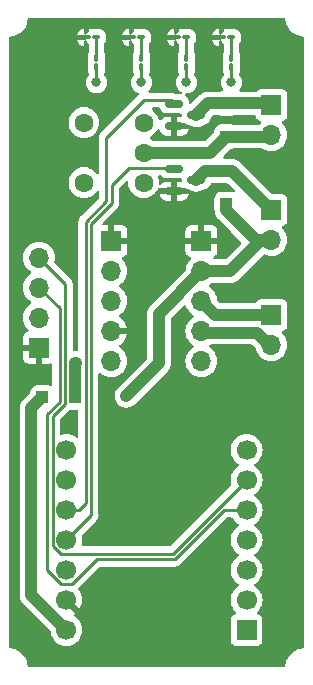
<source format=gbr>
%TF.GenerationSoftware,KiCad,Pcbnew,7.0.9*%
%TF.CreationDate,2025-03-23T18:33:54-04:00*%
%TF.ProjectId,Compact_Control,436f6d70-6163-4745-9f43-6f6e74726f6c,rev?*%
%TF.SameCoordinates,Original*%
%TF.FileFunction,Copper,L1,Top*%
%TF.FilePolarity,Positive*%
%FSLAX46Y46*%
G04 Gerber Fmt 4.6, Leading zero omitted, Abs format (unit mm)*
G04 Created by KiCad (PCBNEW 7.0.9) date 2025-03-23 18:33:54*
%MOMM*%
%LPD*%
G01*
G04 APERTURE LIST*
G04 Aperture macros list*
%AMRoundRect*
0 Rectangle with rounded corners*
0 $1 Rounding radius*
0 $2 $3 $4 $5 $6 $7 $8 $9 X,Y pos of 4 corners*
0 Add a 4 corners polygon primitive as box body*
4,1,4,$2,$3,$4,$5,$6,$7,$8,$9,$2,$3,0*
0 Add four circle primitives for the rounded corners*
1,1,$1+$1,$2,$3*
1,1,$1+$1,$4,$5*
1,1,$1+$1,$6,$7*
1,1,$1+$1,$8,$9*
0 Add four rect primitives between the rounded corners*
20,1,$1+$1,$2,$3,$4,$5,0*
20,1,$1+$1,$4,$5,$6,$7,0*
20,1,$1+$1,$6,$7,$8,$9,0*
20,1,$1+$1,$8,$9,$2,$3,0*%
G04 Aperture macros list end*
%TA.AperFunction,ComponentPad*%
%ADD10C,1.600200*%
%TD*%
%TA.AperFunction,ComponentPad*%
%ADD11R,1.700000X1.700000*%
%TD*%
%TA.AperFunction,ComponentPad*%
%ADD12C,1.700000*%
%TD*%
%TA.AperFunction,SMDPad,CuDef*%
%ADD13RoundRect,0.100000X-0.217500X-0.100000X0.217500X-0.100000X0.217500X0.100000X-0.217500X0.100000X0*%
%TD*%
%TA.AperFunction,SMDPad,CuDef*%
%ADD14RoundRect,0.150000X-0.587500X-0.150000X0.587500X-0.150000X0.587500X0.150000X-0.587500X0.150000X0*%
%TD*%
%TA.AperFunction,ComponentPad*%
%ADD15O,1.700000X1.700000*%
%TD*%
%TA.AperFunction,SMDPad,CuDef*%
%ADD16RoundRect,0.100000X-0.100000X0.217500X-0.100000X-0.217500X0.100000X-0.217500X0.100000X0.217500X0*%
%TD*%
%TA.AperFunction,SMDPad,CuDef*%
%ADD17RoundRect,0.250000X-0.300000X-0.300000X0.300000X-0.300000X0.300000X0.300000X-0.300000X0.300000X0*%
%TD*%
%TA.AperFunction,SMDPad,CuDef*%
%ADD18RoundRect,0.250000X0.300000X-0.300000X0.300000X0.300000X-0.300000X0.300000X-0.300000X-0.300000X0*%
%TD*%
%TA.AperFunction,ViaPad*%
%ADD19C,0.800000*%
%TD*%
%TA.AperFunction,Conductor*%
%ADD20C,0.250000*%
%TD*%
%TA.AperFunction,Conductor*%
%ADD21C,1.000000*%
%TD*%
G04 APERTURE END LIST*
D10*
%TO.P,U3,1,1*%
%TO.N,VIN_SRC*%
X11398250Y-13970000D03*
%TO.P,U3,2,2*%
%TO.N,VIN*%
X11398250Y-11430000D03*
%TO.P,U3,3,3*%
%TO.N,unconnected-(U3-Pad3)*%
X11398250Y-8890000D03*
%TO.P,U3,4*%
%TO.N,N/C*%
X6350000Y-8890000D03*
%TO.P,U3,5*%
X6350000Y-13970000D03*
%TD*%
D11*
%TO.P,U1,1,PA02_A0_D0*%
%TO.N,LED0*%
X20117738Y-51846960D03*
D12*
%TO.P,U1,2,PA4_A1_D1*%
%TO.N,LED1*%
X20117738Y-49306960D03*
%TO.P,U1,3,PA10_A2_D2*%
%TO.N,LED2*%
X20117738Y-46766960D03*
%TO.P,U1,4,PA11_A3_D3*%
%TO.N,LED3*%
X20117738Y-44226960D03*
%TO.P,U1,5,PA8_A4_D4_SDA*%
%TO.N,SDA*%
X20117738Y-41686960D03*
%TO.P,U1,6,PA9_A5_D5_SCL*%
%TO.N,SCL*%
X20117738Y-39146960D03*
%TO.P,U1,7,PB08_A6_D6_TX*%
%TO.N,unconnected-(U1-PB08_A6_D6_TX-Pad7)*%
X20117738Y-36606960D03*
%TO.P,U1,8,PB09_A7_D7_RX*%
%TO.N,unconnected-(U1-PB09_A7_D7_RX-Pad8)*%
X4867738Y-36606960D03*
%TO.P,U1,9,PA7_A8_D8_SCK*%
%TO.N,PUMP_PWM*%
X4867738Y-39146960D03*
%TO.P,U1,10,PA5_A9_D9_MISO*%
%TO.N,VALVE_1_PFM*%
X4867738Y-41686960D03*
%TO.P,U1,11,PA6_A10_D10_MOSI*%
%TO.N,VALVE_2_PFM*%
X4867738Y-44226960D03*
%TO.P,U1,12,3V3*%
%TO.N,3V3*%
X4867738Y-46766960D03*
%TO.P,U1,13,GND*%
%TO.N,GND*%
X4867738Y-49306960D03*
%TO.P,U1,14,5V*%
%TO.N,Net-(D1-K)*%
X4867738Y-51846960D03*
%TD*%
D13*
%TO.P,D6,1,K*%
%TO.N,GND*%
X10377738Y-1681960D03*
%TO.P,D6,2,A*%
%TO.N,Net-(D6-A)*%
X11192738Y-1681960D03*
%TD*%
%TO.P,D4,1,K*%
%TO.N,GND*%
X17997738Y-1681960D03*
%TO.P,D4,2,A*%
%TO.N,Net-(D4-A)*%
X18812738Y-1681960D03*
%TD*%
D14*
%TO.P,Q2,1,G*%
%TO.N,VALVE_2_PFM*%
X14000000Y-12796960D03*
%TO.P,Q2,2,S*%
%TO.N,GND*%
X14000000Y-14696960D03*
%TO.P,Q2,3,D*%
%TO.N,Net-(D3-A)*%
X15875000Y-13746960D03*
%TD*%
D11*
%TO.P,J4,1,Pin_1*%
%TO.N,GND*%
X2540000Y-27940000D03*
D15*
%TO.P,J4,2,Pin_2*%
%TO.N,VIN_SRC*%
X2540000Y-25400000D03*
%TO.P,J4,3,Pin_3*%
%TO.N,SDA*%
X2540000Y-22860000D03*
%TO.P,J4,4,Pin_4*%
%TO.N,SCL*%
X2540000Y-20320000D03*
%TD*%
D11*
%TO.P,J3,1,Pin_1*%
%TO.N,PUMP_-*%
X22225000Y-25176960D03*
D15*
%TO.P,J3,2,Pin_2*%
%TO.N,PUMP_+*%
X22225000Y-27716960D03*
%TD*%
D11*
%TO.P,J1,1,Pin_1*%
%TO.N,Net-(D2-A)*%
X22225000Y-7396960D03*
D15*
%TO.P,J1,2,Pin_2*%
%TO.N,VIN*%
X22225000Y-9936960D03*
%TD*%
D16*
%TO.P,R4,1*%
%TO.N,Net-(D7-A)*%
X7407738Y-3406960D03*
%TO.P,R4,2*%
%TO.N,LED3*%
X7407738Y-4221960D03*
%TD*%
D14*
%TO.P,Q1,3,D*%
%TO.N,Net-(D2-A)*%
X15875000Y-8255000D03*
%TO.P,Q1,2,S*%
%TO.N,GND*%
X14000000Y-9205000D03*
%TO.P,Q1,1,G*%
%TO.N,VALVE_1_PFM*%
X14000000Y-7305000D03*
%TD*%
D11*
%TO.P,U2,1,GND*%
%TO.N,GND*%
X8677738Y-18926960D03*
D15*
%TO.P,U2,2,VCC*%
%TO.N,3V3*%
X8677738Y-21466960D03*
%TO.P,U2,3,EN/PWM*%
%TO.N,PUMP_PWM*%
X8677738Y-24006960D03*
%TO.P,U2,4,PHASE*%
%TO.N,GND*%
X8677738Y-26546960D03*
%TO.P,U2,5,~SLEEP*%
%TO.N,unconnected-(U2-~SLEEP-Pad5)*%
X8677738Y-29086960D03*
D11*
%TO.P,U2,6,GND*%
%TO.N,GND*%
X16297738Y-18926960D03*
D15*
%TO.P,U2,7,VIN*%
%TO.N,VIN*%
X16297738Y-21466960D03*
%TO.P,U2,8,OUT2*%
%TO.N,PUMP_-*%
X16297738Y-24006960D03*
%TO.P,U2,9,OUT1*%
%TO.N,PUMP_+*%
X16297738Y-26546960D03*
%TO.P,U2,10,VM*%
%TO.N,unconnected-(U2-VM-Pad10)*%
X16297738Y-29086960D03*
%TD*%
D16*
%TO.P,R1,1*%
%TO.N,Net-(D4-A)*%
X18837738Y-3406960D03*
%TO.P,R1,2*%
%TO.N,LED0*%
X18837738Y-4221960D03*
%TD*%
D17*
%TO.P,D1,1,K*%
%TO.N,Net-(D1-K)*%
X2832738Y-32161960D03*
%TO.P,D1,2,A*%
%TO.N,VIN*%
X5632738Y-32161960D03*
%TD*%
D16*
%TO.P,R3,1*%
%TO.N,Net-(D6-A)*%
X11217738Y-3406960D03*
%TO.P,R3,2*%
%TO.N,LED2*%
X11217738Y-4221960D03*
%TD*%
D18*
%TO.P,D2,1,K*%
%TO.N,VIN*%
X18415000Y-10066960D03*
%TO.P,D2,2,A*%
%TO.N,Net-(D2-A)*%
X18415000Y-7266960D03*
%TD*%
%TO.P,D3,1,K*%
%TO.N,VIN*%
X18415000Y-15781960D03*
%TO.P,D3,2,A*%
%TO.N,Net-(D3-A)*%
X18415000Y-12981960D03*
%TD*%
D16*
%TO.P,R2,1*%
%TO.N,Net-(D5-A)*%
X15027738Y-3406960D03*
%TO.P,R2,2*%
%TO.N,LED1*%
X15027738Y-4221960D03*
%TD*%
D13*
%TO.P,D5,1,K*%
%TO.N,GND*%
X14187738Y-1681960D03*
%TO.P,D5,2,A*%
%TO.N,Net-(D5-A)*%
X15002738Y-1681960D03*
%TD*%
D11*
%TO.P,J2,1,Pin_1*%
%TO.N,Net-(D3-A)*%
X22225000Y-16286960D03*
D15*
%TO.P,J2,2,Pin_2*%
%TO.N,VIN*%
X22225000Y-18826960D03*
%TD*%
D13*
%TO.P,D7,1,K*%
%TO.N,GND*%
X6567738Y-1681960D03*
%TO.P,D7,2,A*%
%TO.N,Net-(D7-A)*%
X7382738Y-1681960D03*
%TD*%
D19*
%TO.N,GND*%
X5080000Y-34290000D03*
X3810000Y-15240000D03*
X9525000Y-52070000D03*
X17145000Y-37465000D03*
X22225000Y-3810000D03*
X2540000Y-3810000D03*
X13335000Y-20320000D03*
X16836868Y-9401688D03*
%TO.N,VIN*%
X5682738Y-29210000D03*
X9947738Y-32034960D03*
%TO.N,LED0*%
X18837738Y-5491960D03*
%TO.N,LED1*%
X15027738Y-5491960D03*
%TO.N,LED2*%
X11217738Y-5491960D03*
%TO.N,LED3*%
X7407738Y-5491960D03*
%TD*%
D20*
%TO.N,SDA*%
X2540000Y-22860000D02*
X4307738Y-24627738D01*
X4307738Y-24627738D02*
X4307738Y-32520664D01*
X4381037Y-47941960D02*
X5354439Y-47941960D01*
X3242738Y-46803661D02*
X4381037Y-47941960D01*
X4307738Y-32520664D02*
X3242738Y-33585664D01*
X7444439Y-45851960D02*
X14049134Y-45851960D01*
X18214134Y-41686960D02*
X20117738Y-41686960D01*
X3242738Y-33585664D02*
X3242738Y-46803661D01*
X5354439Y-47941960D02*
X7444439Y-45851960D01*
X14049134Y-45851960D02*
X18214134Y-41686960D01*
%TO.N,SCL*%
X2540000Y-20320000D02*
X4757738Y-22537738D01*
X13862738Y-45401960D02*
X20117738Y-39146960D01*
X4757738Y-22537738D02*
X4757738Y-32707060D01*
X4757738Y-32707060D02*
X3692738Y-33772060D01*
X3692738Y-33772060D02*
X3692738Y-44713661D01*
X3692738Y-44713661D02*
X4381037Y-45401960D01*
X4381037Y-45401960D02*
X13862738Y-45401960D01*
D21*
%TO.N,VIN*%
X5632738Y-29260000D02*
X5682738Y-29210000D01*
X5632738Y-32161960D02*
X5632738Y-29260000D01*
X11398250Y-11430000D02*
X17051960Y-11430000D01*
X17051960Y-11430000D02*
X18415000Y-10066960D01*
D20*
%TO.N,VALVE_1_PFM*%
X4867738Y-41686960D02*
X5938040Y-41686960D01*
X6507738Y-41117262D02*
X6507738Y-17269380D01*
X6507738Y-17269380D02*
X8255000Y-15522118D01*
X8255000Y-15522118D02*
X8255000Y-10160000D01*
X5938040Y-41686960D02*
X6507738Y-41117262D01*
X8255000Y-10160000D02*
X11430000Y-6985000D01*
X11430000Y-6985000D02*
X13680000Y-6985000D01*
X13680000Y-6985000D02*
X14000000Y-7305000D01*
%TO.N,VALVE_2_PFM*%
X14000000Y-12796960D02*
X13903040Y-12700000D01*
X8705000Y-14155000D02*
X8705000Y-15708514D01*
X13903040Y-12700000D02*
X10160000Y-12700000D01*
X10160000Y-12700000D02*
X8705000Y-14155000D01*
X8705000Y-15708514D02*
X6957738Y-17455776D01*
X6957738Y-17455776D02*
X6957738Y-42136960D01*
X6957738Y-42136960D02*
X4867738Y-44226960D01*
D21*
%TO.N,Net-(D3-A)*%
X18415000Y-12981960D02*
X16640000Y-12981960D01*
X16640000Y-12981960D02*
X15875000Y-13746960D01*
%TO.N,Net-(D2-A)*%
X18415000Y-7266960D02*
X16863040Y-7266960D01*
X16863040Y-7266960D02*
X15875000Y-8255000D01*
X18415000Y-7266960D02*
X22095000Y-7266960D01*
X22095000Y-7266960D02*
X22225000Y-7396960D01*
%TO.N,Net-(D3-A)*%
X18415000Y-12981960D02*
X18920000Y-12981960D01*
X18920000Y-12981960D02*
X22225000Y-16286960D01*
%TO.N,VIN*%
X18415000Y-10066960D02*
X22095000Y-10066960D01*
X22095000Y-10066960D02*
X22225000Y-9936960D01*
X18415000Y-15781960D02*
X18415000Y-16331960D01*
X18415000Y-16331960D02*
X20910000Y-18826960D01*
X20910000Y-18826960D02*
X22225000Y-18826960D01*
X16297738Y-21466960D02*
X18737738Y-21466960D01*
X18737738Y-21466960D02*
X21377738Y-18826960D01*
X21377738Y-18826960D02*
X22225000Y-18826960D01*
%TO.N,Net-(D1-K)*%
X1905000Y-48884222D02*
X4867738Y-51846960D01*
X1905000Y-33089698D02*
X1905000Y-48884222D01*
X2832738Y-32161960D02*
X1905000Y-33089698D01*
%TO.N,VIN*%
X12700000Y-25064698D02*
X12700000Y-29282698D01*
X16297738Y-21466960D02*
X12700000Y-25064698D01*
X12700000Y-29282698D02*
X9947738Y-32034960D01*
D20*
%TO.N,Net-(D4-A)*%
X18837738Y-3406960D02*
X18837738Y-1706960D01*
X18837738Y-1706960D02*
X18812738Y-1681960D01*
%TO.N,Net-(D5-A)*%
X15027738Y-1706960D02*
X15002738Y-1681960D01*
X15027738Y-3406960D02*
X15027738Y-1706960D01*
%TO.N,Net-(D6-A)*%
X11217738Y-3406960D02*
X11217738Y-1706960D01*
X11217738Y-1706960D02*
X11192738Y-1681960D01*
%TO.N,Net-(D7-A)*%
X7407738Y-1706960D02*
X7382738Y-1681960D01*
X7407738Y-3406960D02*
X7407738Y-1706960D01*
D21*
%TO.N,PUMP_-*%
X17467738Y-25176960D02*
X16297738Y-24006960D01*
X22225000Y-25176960D02*
X17467738Y-25176960D01*
%TO.N,PUMP_+*%
X20968040Y-26670000D02*
X16420778Y-26670000D01*
X16420778Y-26670000D02*
X16297738Y-26546960D01*
X22225000Y-27716960D02*
X22015000Y-27716960D01*
X22015000Y-27716960D02*
X20968040Y-26670000D01*
D20*
%TO.N,LED0*%
X18837738Y-4221960D02*
X18837738Y-5491960D01*
%TO.N,LED1*%
X15027738Y-4221960D02*
X15027738Y-5491960D01*
%TO.N,LED2*%
X11217738Y-4221960D02*
X11217738Y-5491960D01*
%TO.N,LED3*%
X7407738Y-4221960D02*
X7407738Y-5491960D01*
%TD*%
%TA.AperFunction,Conductor*%
%TO.N,GND*%
G36*
X5282729Y-33212460D02*
G01*
X5758238Y-33212459D01*
X5825277Y-33232143D01*
X5871032Y-33284947D01*
X5882238Y-33336459D01*
X5882238Y-35430461D01*
X5862553Y-35497500D01*
X5809749Y-35543255D01*
X5740591Y-35553199D01*
X5687115Y-35532036D01*
X5545572Y-35432927D01*
X5545568Y-35432925D01*
X5540284Y-35430461D01*
X5331401Y-35333057D01*
X5331397Y-35333056D01*
X5331393Y-35333054D01*
X5103151Y-35271898D01*
X5103141Y-35271896D01*
X4867739Y-35251301D01*
X4867737Y-35251301D01*
X4632334Y-35271896D01*
X4632321Y-35271899D01*
X4474330Y-35314231D01*
X4404480Y-35312568D01*
X4346618Y-35273405D01*
X4319115Y-35209176D01*
X4318238Y-35194456D01*
X4318238Y-34082512D01*
X4337923Y-34015473D01*
X4354557Y-33994831D01*
X5108779Y-33240608D01*
X5170100Y-33207125D01*
X5209055Y-33204933D01*
X5282729Y-33212460D01*
G37*
%TD.AperFunction*%
%TA.AperFunction,Conductor*%
G36*
X12754217Y-7630185D02*
G01*
X12799972Y-7682989D01*
X12806254Y-7699904D01*
X12810754Y-7715394D01*
X12810755Y-7715396D01*
X12810756Y-7715398D01*
X12836746Y-7759345D01*
X12894417Y-7856862D01*
X12894423Y-7856870D01*
X13010629Y-7973076D01*
X13010633Y-7973079D01*
X13010635Y-7973081D01*
X13152102Y-8056744D01*
X13193724Y-8068836D01*
X13309926Y-8102597D01*
X13309929Y-8102597D01*
X13309931Y-8102598D01*
X13322222Y-8103565D01*
X13346804Y-8105500D01*
X13346806Y-8105500D01*
X14513000Y-8105500D01*
X14580039Y-8125185D01*
X14625794Y-8177989D01*
X14637000Y-8229500D01*
X14637000Y-8281000D01*
X14617315Y-8348039D01*
X14564511Y-8393794D01*
X14513000Y-8405000D01*
X14250000Y-8405000D01*
X14250000Y-8955000D01*
X14905685Y-8955000D01*
X14968806Y-8972268D01*
X15027102Y-9006744D01*
X15060544Y-9016460D01*
X15184926Y-9052597D01*
X15184929Y-9052597D01*
X15184931Y-9052598D01*
X15197222Y-9053565D01*
X15221804Y-9055500D01*
X15221806Y-9055500D01*
X15234112Y-9055500D01*
X15301151Y-9075185D01*
X15307505Y-9079553D01*
X15364828Y-9121646D01*
X15364835Y-9121650D01*
X15418644Y-9146374D01*
X15549732Y-9206605D01*
X15615456Y-9221857D01*
X15747945Y-9252603D01*
X15951358Y-9257757D01*
X15951358Y-9257756D01*
X15951363Y-9257757D01*
X16130853Y-9225586D01*
X16151648Y-9221859D01*
X16151648Y-9221858D01*
X16151653Y-9221858D01*
X16340617Y-9146377D01*
X16447458Y-9075963D01*
X16514267Y-9055508D01*
X16515694Y-9055500D01*
X16528196Y-9055500D01*
X16546631Y-9054049D01*
X16565069Y-9052598D01*
X16565071Y-9052597D01*
X16565073Y-9052597D01*
X16606691Y-9040505D01*
X16722898Y-9006744D01*
X16864365Y-8923081D01*
X16980581Y-8806865D01*
X17064244Y-8665398D01*
X17110098Y-8507569D01*
X17112722Y-8474214D01*
X17137604Y-8408928D01*
X17148645Y-8396275D01*
X17241144Y-8303776D01*
X17302466Y-8270294D01*
X17328823Y-8267460D01*
X17822993Y-8267460D01*
X17861997Y-8273754D01*
X17962203Y-8306959D01*
X18064991Y-8317460D01*
X18765008Y-8317459D01*
X18765016Y-8317458D01*
X18765019Y-8317458D01*
X18821302Y-8311708D01*
X18867797Y-8306959D01*
X18968003Y-8273754D01*
X19007007Y-8267460D01*
X20762371Y-8267460D01*
X20829410Y-8287145D01*
X20875165Y-8339949D01*
X20878553Y-8348127D01*
X20931202Y-8489288D01*
X20931206Y-8489295D01*
X21017452Y-8604504D01*
X21017455Y-8604507D01*
X21132664Y-8690753D01*
X21132671Y-8690757D01*
X21264081Y-8739770D01*
X21320015Y-8781641D01*
X21344432Y-8847105D01*
X21329580Y-8915378D01*
X21308430Y-8943633D01*
X21221923Y-9030141D01*
X21160600Y-9063626D01*
X21134241Y-9066460D01*
X19007007Y-9066460D01*
X18968003Y-9060166D01*
X18945161Y-9052597D01*
X18867797Y-9026961D01*
X18867795Y-9026960D01*
X18765010Y-9016460D01*
X18064998Y-9016460D01*
X18064980Y-9016461D01*
X17962203Y-9026960D01*
X17962200Y-9026961D01*
X17795668Y-9082145D01*
X17795663Y-9082147D01*
X17646342Y-9174249D01*
X17522289Y-9298302D01*
X17430187Y-9447623D01*
X17430185Y-9447628D01*
X17375001Y-9614161D01*
X17375000Y-9614168D01*
X17370622Y-9657017D01*
X17344224Y-9721708D01*
X17334945Y-9732093D01*
X16673859Y-10393181D01*
X16612536Y-10426666D01*
X16586178Y-10429500D01*
X12276012Y-10429500D01*
X12208973Y-10409815D01*
X12204889Y-10407075D01*
X12051035Y-10299345D01*
X12051033Y-10299344D01*
X11993212Y-10272382D01*
X11940773Y-10226210D01*
X11921621Y-10159016D01*
X11941837Y-10092135D01*
X11993212Y-10047618D01*
X12018457Y-10035846D01*
X12051034Y-10020655D01*
X12237453Y-9890123D01*
X12398373Y-9729203D01*
X12528905Y-9542784D01*
X12550464Y-9496550D01*
X12596634Y-9444113D01*
X12663827Y-9424960D01*
X12730708Y-9445175D01*
X12776044Y-9498339D01*
X12781921Y-9514361D01*
X12811215Y-9615193D01*
X12811217Y-9615196D01*
X12894814Y-9756552D01*
X12894821Y-9756561D01*
X13010938Y-9872678D01*
X13010947Y-9872685D01*
X13152303Y-9956282D01*
X13152306Y-9956283D01*
X13310004Y-10002099D01*
X13310010Y-10002100D01*
X13346856Y-10005000D01*
X13750000Y-10005000D01*
X13750000Y-9455000D01*
X14250000Y-9455000D01*
X14250000Y-10005000D01*
X14653144Y-10005000D01*
X14689989Y-10002100D01*
X14689995Y-10002099D01*
X14847693Y-9956283D01*
X14847696Y-9956282D01*
X14989052Y-9872685D01*
X14989061Y-9872678D01*
X15105178Y-9756561D01*
X15105185Y-9756552D01*
X15188781Y-9615198D01*
X15234600Y-9457486D01*
X15234795Y-9455001D01*
X15234795Y-9455000D01*
X14250000Y-9455000D01*
X13750000Y-9455000D01*
X13750000Y-8405000D01*
X13346856Y-8405000D01*
X13310010Y-8407899D01*
X13310004Y-8407900D01*
X13152306Y-8453716D01*
X13152303Y-8453717D01*
X13010947Y-8537314D01*
X13010938Y-8537321D01*
X12894821Y-8653438D01*
X12890037Y-8659607D01*
X12887617Y-8657730D01*
X12846895Y-8695683D01*
X12778142Y-8708124D01*
X12713577Y-8681420D01*
X12673699Y-8624048D01*
X12671558Y-8616920D01*
X12668231Y-8604504D01*
X12650228Y-8537314D01*
X12625086Y-8443478D01*
X12625084Y-8443474D01*
X12625083Y-8443469D01*
X12528905Y-8237216D01*
X12523502Y-8229500D01*
X12398376Y-8050801D01*
X12398371Y-8050795D01*
X12237454Y-7889878D01*
X12237448Y-7889873D01*
X12160616Y-7836075D01*
X12116991Y-7781498D01*
X12109797Y-7712000D01*
X12141320Y-7649645D01*
X12201550Y-7614231D01*
X12231739Y-7610500D01*
X12687178Y-7610500D01*
X12754217Y-7630185D01*
G37*
%TD.AperFunction*%
%TA.AperFunction,Conductor*%
G36*
X23342940Y-20185D02*
G01*
X23388695Y-72989D01*
X23398187Y-110185D01*
X23398870Y-110087D01*
X23432080Y-341075D01*
X23432083Y-341085D01*
X23496583Y-560751D01*
X23591680Y-768985D01*
X23591693Y-769008D01*
X23715456Y-961587D01*
X23715460Y-961593D01*
X23865384Y-1134615D01*
X24038406Y-1284539D01*
X24038412Y-1284543D01*
X24230991Y-1408306D01*
X24231014Y-1408319D01*
X24439248Y-1503416D01*
X24439252Y-1503417D01*
X24439254Y-1503418D01*
X24658920Y-1567918D01*
X24658921Y-1567918D01*
X24658924Y-1567919D01*
X24819053Y-1590942D01*
X24885530Y-1600500D01*
X24885531Y-1600500D01*
X24889913Y-1601130D01*
X24889726Y-1602424D01*
X24949801Y-1624825D01*
X24991678Y-1680755D01*
X24999500Y-1724099D01*
X24999500Y-53275900D01*
X24979815Y-53342939D01*
X24927011Y-53388694D01*
X24889815Y-53398192D01*
X24889913Y-53398870D01*
X24885531Y-53399500D01*
X24885530Y-53399500D01*
X24862986Y-53402741D01*
X24658924Y-53432080D01*
X24658914Y-53432083D01*
X24439248Y-53496583D01*
X24231014Y-53591680D01*
X24230991Y-53591693D01*
X24038412Y-53715456D01*
X24038406Y-53715460D01*
X23865384Y-53865384D01*
X23715460Y-54038406D01*
X23715456Y-54038412D01*
X23591693Y-54230991D01*
X23591680Y-54231014D01*
X23496583Y-54439248D01*
X23432083Y-54658914D01*
X23432080Y-54658924D01*
X23398870Y-54889913D01*
X23397575Y-54889726D01*
X23375175Y-54949801D01*
X23319245Y-54991678D01*
X23275901Y-54999500D01*
X1724099Y-54999500D01*
X1657060Y-54979815D01*
X1611305Y-54927011D01*
X1601812Y-54889814D01*
X1601130Y-54889913D01*
X1567919Y-54658924D01*
X1567916Y-54658914D01*
X1503416Y-54439248D01*
X1408319Y-54231014D01*
X1408306Y-54230991D01*
X1284543Y-54038412D01*
X1284539Y-54038406D01*
X1134615Y-53865384D01*
X961593Y-53715460D01*
X961587Y-53715456D01*
X769008Y-53591693D01*
X768985Y-53591680D01*
X560751Y-53496583D01*
X341085Y-53432083D01*
X341075Y-53432080D01*
X139648Y-53403120D01*
X114470Y-53399500D01*
X114469Y-53399500D01*
X110087Y-53398870D01*
X110271Y-53397583D01*
X50168Y-53375151D01*
X8309Y-53319209D01*
X500Y-53275900D01*
X500Y-33115172D01*
X899662Y-33115172D01*
X901707Y-33131225D01*
X904003Y-33149258D01*
X904500Y-33157086D01*
X904500Y-48871505D01*
X902243Y-48960584D01*
X902243Y-48960592D01*
X913064Y-49020961D01*
X913718Y-49025626D01*
X919925Y-49086652D01*
X919927Y-49086666D01*
X930208Y-49119435D01*
X932079Y-49127059D01*
X938142Y-49160874D01*
X938142Y-49160877D01*
X960894Y-49217834D01*
X962474Y-49222273D01*
X980841Y-49280810D01*
X980844Y-49280817D01*
X997509Y-49310841D01*
X1000879Y-49317936D01*
X1013622Y-49349836D01*
X1013627Y-49349846D01*
X1047377Y-49401055D01*
X1049818Y-49405085D01*
X1079588Y-49458720D01*
X1079589Y-49458721D01*
X1079591Y-49458724D01*
X1101968Y-49484789D01*
X1106693Y-49491057D01*
X1119263Y-49510128D01*
X1125598Y-49519741D01*
X1168978Y-49563121D01*
X1172169Y-49566565D01*
X1212131Y-49613114D01*
X1212134Y-49613117D01*
X1239294Y-49634140D01*
X1245190Y-49639333D01*
X3485846Y-51879989D01*
X3519331Y-51941312D01*
X3521693Y-51956861D01*
X3532674Y-52082363D01*
X3532676Y-52082373D01*
X3593832Y-52310615D01*
X3593834Y-52310619D01*
X3593835Y-52310623D01*
X3693703Y-52524790D01*
X3693705Y-52524794D01*
X3802019Y-52679481D01*
X3829243Y-52718361D01*
X3996337Y-52885455D01*
X4093122Y-52953225D01*
X4189903Y-53020992D01*
X4189905Y-53020993D01*
X4189908Y-53020995D01*
X4404075Y-53120863D01*
X4632330Y-53182023D01*
X4808772Y-53197460D01*
X4867737Y-53202619D01*
X4867738Y-53202619D01*
X4867739Y-53202619D01*
X4926704Y-53197460D01*
X5103146Y-53182023D01*
X5331401Y-53120863D01*
X5545568Y-53020995D01*
X5739139Y-52885455D01*
X5906233Y-52718361D01*
X6041773Y-52524790D01*
X6141641Y-52310623D01*
X6202801Y-52082368D01*
X6223397Y-51846960D01*
X6202801Y-51611552D01*
X6141641Y-51383297D01*
X6041773Y-51169131D01*
X5906233Y-50975559D01*
X5906232Y-50975557D01*
X5739140Y-50808466D01*
X5739139Y-50808465D01*
X5553143Y-50678229D01*
X5509519Y-50623652D01*
X5502326Y-50554153D01*
X5533848Y-50491799D01*
X5553143Y-50475079D01*
X5629111Y-50421885D01*
X5000272Y-49793046D01*
X5010053Y-49791640D01*
X5140838Y-49731912D01*
X5249499Y-49637758D01*
X5327231Y-49516804D01*
X5350814Y-49436484D01*
X5982663Y-50068333D01*
X5982664Y-50068333D01*
X6041336Y-49984542D01*
X6041338Y-49984538D01*
X6141167Y-49770452D01*
X6141171Y-49770443D01*
X6202305Y-49542286D01*
X6202307Y-49542275D01*
X6222895Y-49306961D01*
X6222895Y-49306958D01*
X6202307Y-49071644D01*
X6202305Y-49071633D01*
X6141171Y-48843476D01*
X6141167Y-48843467D01*
X6041338Y-48629382D01*
X6041337Y-48629380D01*
X5905850Y-48435885D01*
X5905550Y-48435527D01*
X5905466Y-48435337D01*
X5902743Y-48431447D01*
X5903524Y-48430899D01*
X5877533Y-48371520D01*
X5888568Y-48302528D01*
X5912850Y-48268137D01*
X7667211Y-46513779D01*
X7728534Y-46480294D01*
X7754892Y-46477460D01*
X13966391Y-46477460D01*
X13982011Y-46479184D01*
X13982038Y-46478899D01*
X13989794Y-46479631D01*
X13989801Y-46479633D01*
X14058948Y-46477460D01*
X14088484Y-46477460D01*
X14095362Y-46476590D01*
X14101175Y-46476132D01*
X14147761Y-46474669D01*
X14167003Y-46469077D01*
X14186046Y-46465134D01*
X14205926Y-46462624D01*
X14249256Y-46445467D01*
X14254780Y-46443577D01*
X14258530Y-46442487D01*
X14299524Y-46430578D01*
X14316763Y-46420382D01*
X14334237Y-46411822D01*
X14352861Y-46404448D01*
X14352861Y-46404447D01*
X14352866Y-46404446D01*
X14390583Y-46377042D01*
X14395439Y-46373852D01*
X14435554Y-46350130D01*
X14449723Y-46335959D01*
X14464513Y-46323328D01*
X14480721Y-46311554D01*
X14510433Y-46275636D01*
X14514346Y-46271336D01*
X18436906Y-42348779D01*
X18498229Y-42315294D01*
X18524587Y-42312460D01*
X18842511Y-42312460D01*
X18909550Y-42332145D01*
X18944086Y-42365337D01*
X19079239Y-42558356D01*
X19079244Y-42558362D01*
X19246335Y-42725453D01*
X19246341Y-42725458D01*
X19431896Y-42855385D01*
X19475521Y-42909962D01*
X19482715Y-42979460D01*
X19451192Y-43041815D01*
X19431896Y-43058535D01*
X19246335Y-43188465D01*
X19079243Y-43355557D01*
X18943703Y-43549129D01*
X18943702Y-43549131D01*
X18843836Y-43763295D01*
X18843832Y-43763304D01*
X18782676Y-43991546D01*
X18782674Y-43991556D01*
X18762079Y-44226959D01*
X18762079Y-44226960D01*
X18782674Y-44462363D01*
X18782676Y-44462373D01*
X18843832Y-44690615D01*
X18843834Y-44690619D01*
X18843835Y-44690623D01*
X18882540Y-44773626D01*
X18943703Y-44904790D01*
X18943705Y-44904794D01*
X19079239Y-45098355D01*
X19079244Y-45098362D01*
X19246335Y-45265453D01*
X19246341Y-45265458D01*
X19431896Y-45395385D01*
X19475521Y-45449962D01*
X19482715Y-45519460D01*
X19451192Y-45581815D01*
X19431896Y-45598535D01*
X19246335Y-45728465D01*
X19079243Y-45895557D01*
X18943703Y-46089129D01*
X18943702Y-46089131D01*
X18843836Y-46303295D01*
X18843832Y-46303304D01*
X18782676Y-46531546D01*
X18782674Y-46531556D01*
X18762079Y-46766959D01*
X18762079Y-46766960D01*
X18782674Y-47002363D01*
X18782676Y-47002373D01*
X18843832Y-47230615D01*
X18843834Y-47230619D01*
X18843835Y-47230623D01*
X18899974Y-47351013D01*
X18943703Y-47444790D01*
X18943705Y-47444794D01*
X19079239Y-47638355D01*
X19079244Y-47638362D01*
X19246335Y-47805453D01*
X19246341Y-47805458D01*
X19431896Y-47935385D01*
X19475521Y-47989962D01*
X19482715Y-48059460D01*
X19451192Y-48121815D01*
X19431896Y-48138535D01*
X19246335Y-48268465D01*
X19079243Y-48435557D01*
X18943703Y-48629129D01*
X18943702Y-48629131D01*
X18843836Y-48843295D01*
X18843832Y-48843304D01*
X18782676Y-49071546D01*
X18782674Y-49071556D01*
X18762079Y-49306959D01*
X18762079Y-49306960D01*
X18782674Y-49542363D01*
X18782676Y-49542373D01*
X18843832Y-49770615D01*
X18843834Y-49770619D01*
X18843835Y-49770623D01*
X18943585Y-49984538D01*
X18943703Y-49984790D01*
X18943705Y-49984794D01*
X19002200Y-50068333D01*
X19079239Y-50178356D01*
X19079244Y-50178362D01*
X19201168Y-50300286D01*
X19234653Y-50361609D01*
X19229669Y-50431301D01*
X19187797Y-50487234D01*
X19156821Y-50504149D01*
X19025407Y-50553163D01*
X19025402Y-50553166D01*
X18910193Y-50639412D01*
X18910190Y-50639415D01*
X18823944Y-50754624D01*
X18823940Y-50754631D01*
X18773646Y-50889477D01*
X18767239Y-50949076D01*
X18767239Y-50949083D01*
X18767238Y-50949095D01*
X18767238Y-52744830D01*
X18767239Y-52744836D01*
X18773646Y-52804443D01*
X18823940Y-52939288D01*
X18823944Y-52939295D01*
X18910190Y-53054504D01*
X18910193Y-53054507D01*
X19025402Y-53140753D01*
X19025409Y-53140757D01*
X19160255Y-53191051D01*
X19160254Y-53191051D01*
X19167182Y-53191795D01*
X19219865Y-53197460D01*
X21015610Y-53197459D01*
X21075221Y-53191051D01*
X21210069Y-53140756D01*
X21325284Y-53054506D01*
X21411534Y-52939291D01*
X21461829Y-52804443D01*
X21468238Y-52744833D01*
X21468237Y-50949088D01*
X21461829Y-50889477D01*
X21411534Y-50754629D01*
X21411533Y-50754628D01*
X21411531Y-50754624D01*
X21325285Y-50639415D01*
X21325282Y-50639412D01*
X21210073Y-50553166D01*
X21210066Y-50553162D01*
X21078655Y-50504149D01*
X21022721Y-50462278D01*
X20998304Y-50396813D01*
X21013156Y-50328540D01*
X21034301Y-50300292D01*
X21156233Y-50178361D01*
X21291773Y-49984790D01*
X21391641Y-49770623D01*
X21452801Y-49542368D01*
X21473397Y-49306960D01*
X21452801Y-49071552D01*
X21402013Y-48882008D01*
X21391643Y-48843304D01*
X21391642Y-48843303D01*
X21391641Y-48843297D01*
X21291773Y-48629131D01*
X21250113Y-48569633D01*
X21156232Y-48435557D01*
X20989140Y-48268466D01*
X20989134Y-48268461D01*
X20803580Y-48138535D01*
X20759955Y-48083958D01*
X20752761Y-48014460D01*
X20784284Y-47952105D01*
X20803580Y-47935385D01*
X20825764Y-47919851D01*
X20989139Y-47805455D01*
X21156233Y-47638361D01*
X21291773Y-47444790D01*
X21391641Y-47230623D01*
X21452801Y-47002368D01*
X21473397Y-46766960D01*
X21452801Y-46531552D01*
X21398545Y-46329065D01*
X21391643Y-46303304D01*
X21391642Y-46303303D01*
X21391641Y-46303297D01*
X21291773Y-46089131D01*
X21156233Y-45895559D01*
X21156232Y-45895557D01*
X20989140Y-45728466D01*
X20989134Y-45728461D01*
X20803580Y-45598535D01*
X20759955Y-45543958D01*
X20752761Y-45474460D01*
X20784284Y-45412105D01*
X20803580Y-45395385D01*
X20825764Y-45379851D01*
X20989139Y-45265455D01*
X21156233Y-45098361D01*
X21291773Y-44904790D01*
X21391641Y-44690623D01*
X21452801Y-44462368D01*
X21473397Y-44226960D01*
X21452801Y-43991552D01*
X21391641Y-43763297D01*
X21291773Y-43549131D01*
X21156233Y-43355559D01*
X21156232Y-43355557D01*
X20989140Y-43188466D01*
X20989134Y-43188461D01*
X20803580Y-43058535D01*
X20759955Y-43003958D01*
X20752761Y-42934460D01*
X20784284Y-42872105D01*
X20803580Y-42855385D01*
X20825764Y-42839851D01*
X20989139Y-42725455D01*
X21156233Y-42558361D01*
X21291773Y-42364790D01*
X21391641Y-42150623D01*
X21452801Y-41922368D01*
X21473397Y-41686960D01*
X21452801Y-41451552D01*
X21391641Y-41223297D01*
X21291773Y-41009131D01*
X21156233Y-40815559D01*
X21156232Y-40815557D01*
X20989140Y-40648466D01*
X20989134Y-40648461D01*
X20803580Y-40518535D01*
X20759955Y-40463958D01*
X20752761Y-40394460D01*
X20784284Y-40332105D01*
X20803580Y-40315385D01*
X20937114Y-40221883D01*
X20989139Y-40185455D01*
X21156233Y-40018361D01*
X21291773Y-39824790D01*
X21391641Y-39610623D01*
X21452801Y-39382368D01*
X21473397Y-39146960D01*
X21452801Y-38911552D01*
X21391641Y-38683297D01*
X21291773Y-38469131D01*
X21156233Y-38275559D01*
X21156232Y-38275557D01*
X20989140Y-38108466D01*
X20989134Y-38108461D01*
X20803580Y-37978535D01*
X20759955Y-37923958D01*
X20752761Y-37854460D01*
X20784284Y-37792105D01*
X20803580Y-37775385D01*
X20937114Y-37681883D01*
X20989139Y-37645455D01*
X21156233Y-37478361D01*
X21291773Y-37284790D01*
X21391641Y-37070623D01*
X21452801Y-36842368D01*
X21473397Y-36606960D01*
X21452801Y-36371552D01*
X21391641Y-36143297D01*
X21291773Y-35929131D01*
X21156233Y-35735559D01*
X21156232Y-35735557D01*
X20989140Y-35568466D01*
X20989133Y-35568461D01*
X20795572Y-35432927D01*
X20795568Y-35432925D01*
X20790284Y-35430461D01*
X20581401Y-35333057D01*
X20581397Y-35333056D01*
X20581393Y-35333054D01*
X20353151Y-35271898D01*
X20353141Y-35271896D01*
X20117739Y-35251301D01*
X20117737Y-35251301D01*
X19882334Y-35271896D01*
X19882324Y-35271898D01*
X19654082Y-35333054D01*
X19654073Y-35333058D01*
X19439909Y-35432924D01*
X19439907Y-35432925D01*
X19246335Y-35568465D01*
X19079243Y-35735557D01*
X18943703Y-35929129D01*
X18943702Y-35929131D01*
X18843836Y-36143295D01*
X18843832Y-36143304D01*
X18782676Y-36371546D01*
X18782674Y-36371556D01*
X18762079Y-36606959D01*
X18762079Y-36606960D01*
X18782674Y-36842363D01*
X18782676Y-36842373D01*
X18843832Y-37070615D01*
X18843834Y-37070619D01*
X18843835Y-37070623D01*
X18943703Y-37284790D01*
X18943705Y-37284794D01*
X19079239Y-37478355D01*
X19079244Y-37478362D01*
X19246335Y-37645453D01*
X19246341Y-37645458D01*
X19431896Y-37775385D01*
X19475521Y-37829962D01*
X19482715Y-37899460D01*
X19451192Y-37961815D01*
X19431896Y-37978535D01*
X19246335Y-38108465D01*
X19079243Y-38275557D01*
X18943703Y-38469129D01*
X18943702Y-38469131D01*
X18843836Y-38683295D01*
X18843832Y-38683304D01*
X18782676Y-38911546D01*
X18782674Y-38911556D01*
X18762079Y-39146959D01*
X18762079Y-39146960D01*
X18782674Y-39382363D01*
X18782676Y-39382373D01*
X18809594Y-39482832D01*
X18807931Y-39552682D01*
X18777500Y-39602606D01*
X13639966Y-44740141D01*
X13578643Y-44773626D01*
X13552285Y-44776460D01*
X6280241Y-44776460D01*
X6213202Y-44756775D01*
X6167447Y-44703971D01*
X6157503Y-44634813D01*
X6160466Y-44620367D01*
X6169933Y-44585032D01*
X6202801Y-44462368D01*
X6223397Y-44226960D01*
X6202801Y-43991552D01*
X6175881Y-43891085D01*
X6177544Y-43821236D01*
X6207973Y-43771313D01*
X7341525Y-42637762D01*
X7353780Y-42627946D01*
X7353597Y-42627724D01*
X7359604Y-42622752D01*
X7359615Y-42622746D01*
X7390513Y-42589842D01*
X7406965Y-42572324D01*
X7417409Y-42561878D01*
X7427858Y-42551431D01*
X7432117Y-42545938D01*
X7435890Y-42541521D01*
X7467800Y-42507542D01*
X7477451Y-42489984D01*
X7488134Y-42473721D01*
X7500411Y-42457896D01*
X7518923Y-42415113D01*
X7521476Y-42409901D01*
X7543935Y-42369052D01*
X7548918Y-42349640D01*
X7555219Y-42331240D01*
X7563175Y-42312856D01*
X7570467Y-42266812D01*
X7571644Y-42261131D01*
X7583238Y-42215979D01*
X7583238Y-42195943D01*
X7584765Y-42176542D01*
X7587898Y-42156764D01*
X7583513Y-42110375D01*
X7583238Y-42104537D01*
X7583238Y-30201718D01*
X7602923Y-30134679D01*
X7655727Y-30088924D01*
X7724885Y-30078980D01*
X7788441Y-30108005D01*
X7794919Y-30114037D01*
X7806337Y-30125455D01*
X7903122Y-30193225D01*
X7999903Y-30260992D01*
X7999905Y-30260993D01*
X7999908Y-30260995D01*
X8214075Y-30360863D01*
X8442330Y-30422023D01*
X8630656Y-30438499D01*
X8677737Y-30442619D01*
X8677738Y-30442619D01*
X8677739Y-30442619D01*
X8716972Y-30439186D01*
X8913146Y-30422023D01*
X9141401Y-30360863D01*
X9355568Y-30260995D01*
X9549139Y-30125455D01*
X9716233Y-29958361D01*
X9851773Y-29764790D01*
X9951641Y-29550623D01*
X10012801Y-29322368D01*
X10033397Y-29086960D01*
X10012801Y-28851552D01*
X9951641Y-28623297D01*
X9851773Y-28409131D01*
X9841735Y-28394794D01*
X9716232Y-28215557D01*
X9549140Y-28048466D01*
X9549139Y-28048465D01*
X9363143Y-27918229D01*
X9319519Y-27863652D01*
X9312326Y-27794153D01*
X9343848Y-27731799D01*
X9363143Y-27715079D01*
X9548820Y-27585065D01*
X9715843Y-27418042D01*
X9851338Y-27224538D01*
X9951167Y-27010452D01*
X9951170Y-27010446D01*
X10008374Y-26796960D01*
X9111424Y-26796960D01*
X9137231Y-26756804D01*
X9177738Y-26618849D01*
X9177738Y-26475071D01*
X9137231Y-26337116D01*
X9111424Y-26296960D01*
X10008374Y-26296960D01*
X10008373Y-26296959D01*
X9951170Y-26083473D01*
X9951167Y-26083467D01*
X9851338Y-25869382D01*
X9851337Y-25869380D01*
X9715851Y-25675886D01*
X9715846Y-25675880D01*
X9548816Y-25508850D01*
X9363143Y-25378839D01*
X9319518Y-25324262D01*
X9312326Y-25254764D01*
X9343848Y-25192409D01*
X9363144Y-25175690D01*
X9425417Y-25132086D01*
X9549139Y-25045455D01*
X9716233Y-24878361D01*
X9851773Y-24684790D01*
X9951641Y-24470623D01*
X10012801Y-24242368D01*
X10033397Y-24006960D01*
X10012801Y-23771552D01*
X9966364Y-23598245D01*
X9951643Y-23543304D01*
X9951642Y-23543303D01*
X9951641Y-23543297D01*
X9851773Y-23329131D01*
X9847945Y-23323663D01*
X9716232Y-23135557D01*
X9549140Y-22968466D01*
X9549134Y-22968461D01*
X9363580Y-22838535D01*
X9319955Y-22783958D01*
X9312761Y-22714460D01*
X9344284Y-22652105D01*
X9363580Y-22635385D01*
X9440224Y-22581718D01*
X9549139Y-22505455D01*
X9716233Y-22338361D01*
X9851773Y-22144790D01*
X9951641Y-21930623D01*
X10012801Y-21702368D01*
X10033397Y-21466960D01*
X10012801Y-21231552D01*
X9951641Y-21003297D01*
X9851773Y-20789131D01*
X9847944Y-20783663D01*
X9716234Y-20595560D01*
X9676077Y-20555403D01*
X9593917Y-20473243D01*
X9560434Y-20411923D01*
X9565418Y-20342231D01*
X9607289Y-20286297D01*
X9638267Y-20269382D01*
X9769824Y-20220314D01*
X9769831Y-20220310D01*
X9884925Y-20134150D01*
X9884928Y-20134147D01*
X9971088Y-20019053D01*
X9971092Y-20019046D01*
X10021334Y-19884339D01*
X10021336Y-19884332D01*
X10027737Y-19824804D01*
X10027738Y-19824787D01*
X10027738Y-19176960D01*
X9111424Y-19176960D01*
X9137231Y-19136804D01*
X9177738Y-18998849D01*
X9177738Y-18855071D01*
X9137231Y-18717116D01*
X9111424Y-18676960D01*
X10027738Y-18676960D01*
X10027738Y-18029132D01*
X10027737Y-18029115D01*
X10021336Y-17969587D01*
X10021334Y-17969580D01*
X9971092Y-17834873D01*
X9971088Y-17834866D01*
X9884928Y-17719772D01*
X9884925Y-17719769D01*
X9769831Y-17633609D01*
X9769824Y-17633605D01*
X9635117Y-17583363D01*
X9635110Y-17583361D01*
X9575582Y-17576960D01*
X8927738Y-17576960D01*
X8927738Y-18491458D01*
X8820053Y-18442280D01*
X8713501Y-18426960D01*
X8641975Y-18426960D01*
X8535423Y-18442280D01*
X8427738Y-18491458D01*
X8427738Y-17576960D01*
X8020505Y-17576960D01*
X7953466Y-17557275D01*
X7907711Y-17504471D01*
X7897767Y-17435313D01*
X7926792Y-17371757D01*
X7932813Y-17365290D01*
X9088786Y-16209316D01*
X9101048Y-16199494D01*
X9100865Y-16199273D01*
X9106867Y-16194306D01*
X9106877Y-16194300D01*
X9154241Y-16143862D01*
X9175120Y-16122984D01*
X9179373Y-16117500D01*
X9183150Y-16113077D01*
X9215062Y-16079096D01*
X9224714Y-16061537D01*
X9235389Y-16045286D01*
X9247674Y-16029450D01*
X9266186Y-15986666D01*
X9268742Y-15981449D01*
X9286383Y-15949362D01*
X9291194Y-15940612D01*
X9291194Y-15940611D01*
X9291197Y-15940606D01*
X9296180Y-15921194D01*
X9302477Y-15902805D01*
X9310438Y-15884409D01*
X9317729Y-15838367D01*
X9318908Y-15832676D01*
X9330500Y-15787533D01*
X9330500Y-15767497D01*
X9332027Y-15748096D01*
X9335160Y-15728318D01*
X9330775Y-15681929D01*
X9330500Y-15676091D01*
X9330500Y-14465451D01*
X9350185Y-14398412D01*
X9366815Y-14377774D01*
X9882279Y-13862309D01*
X9943600Y-13828826D01*
X10013291Y-13833810D01*
X10069225Y-13875681D01*
X10093642Y-13941146D01*
X10093487Y-13960793D01*
X10092682Y-13970000D01*
X10112516Y-14196705D01*
X10112518Y-14196715D01*
X10171414Y-14416523D01*
X10171416Y-14416527D01*
X10171417Y-14416531D01*
X10219506Y-14519657D01*
X10267594Y-14622783D01*
X10267595Y-14622785D01*
X10398123Y-14809198D01*
X10398128Y-14809204D01*
X10559045Y-14970121D01*
X10559051Y-14970126D01*
X10745464Y-15100654D01*
X10745466Y-15100655D01*
X10951719Y-15196833D01*
X11171540Y-15255733D01*
X11352908Y-15271601D01*
X11398249Y-15275568D01*
X11398250Y-15275568D01*
X11398251Y-15275568D01*
X11436035Y-15272262D01*
X11624960Y-15255733D01*
X11844781Y-15196833D01*
X12051034Y-15100655D01*
X12237453Y-14970123D01*
X12260615Y-14946961D01*
X12765204Y-14946961D01*
X12765399Y-14949446D01*
X12811218Y-15107158D01*
X12894814Y-15248512D01*
X12894821Y-15248521D01*
X13010938Y-15364638D01*
X13010947Y-15364645D01*
X13152303Y-15448242D01*
X13152306Y-15448243D01*
X13310004Y-15494059D01*
X13310010Y-15494060D01*
X13346856Y-15496960D01*
X13750000Y-15496960D01*
X13750000Y-14946960D01*
X14250000Y-14946960D01*
X14250000Y-15496960D01*
X14653144Y-15496960D01*
X14689989Y-15494060D01*
X14689995Y-15494059D01*
X14847693Y-15448243D01*
X14847696Y-15448242D01*
X14989052Y-15364645D01*
X14989061Y-15364638D01*
X15105178Y-15248521D01*
X15105185Y-15248512D01*
X15188781Y-15107158D01*
X15234600Y-14949446D01*
X15234795Y-14946961D01*
X15234795Y-14946960D01*
X14250000Y-14946960D01*
X13750000Y-14946960D01*
X12765205Y-14946960D01*
X12765204Y-14946961D01*
X12260615Y-14946961D01*
X12398373Y-14809203D01*
X12528905Y-14622784D01*
X12584575Y-14503399D01*
X12630746Y-14450961D01*
X12697939Y-14431809D01*
X12748066Y-14446960D01*
X13750000Y-14446960D01*
X13750000Y-13896960D01*
X13346856Y-13896960D01*
X13310010Y-13899859D01*
X13310004Y-13899860D01*
X13152306Y-13945676D01*
X13152303Y-13945677D01*
X13010947Y-14029274D01*
X13010942Y-14029278D01*
X12909590Y-14130630D01*
X12848267Y-14164114D01*
X12778575Y-14159130D01*
X12722642Y-14117258D01*
X12698225Y-14051793D01*
X12698381Y-14032140D01*
X12698632Y-14029278D01*
X12703818Y-13970000D01*
X12703012Y-13960793D01*
X12692444Y-13839999D01*
X12683983Y-13743290D01*
X12625083Y-13523469D01*
X12615026Y-13501902D01*
X12604535Y-13432829D01*
X12633054Y-13369044D01*
X12691530Y-13330804D01*
X12727409Y-13325500D01*
X12819731Y-13325500D01*
X12886770Y-13345185D01*
X12907412Y-13361819D01*
X13010629Y-13465036D01*
X13010633Y-13465039D01*
X13010635Y-13465041D01*
X13152102Y-13548704D01*
X13193724Y-13560796D01*
X13309926Y-13594557D01*
X13309929Y-13594557D01*
X13309931Y-13594558D01*
X13322222Y-13595525D01*
X13346804Y-13597460D01*
X13346806Y-13597460D01*
X14513000Y-13597460D01*
X14580039Y-13617145D01*
X14625794Y-13669949D01*
X14637000Y-13721460D01*
X14637000Y-13772960D01*
X14617315Y-13839999D01*
X14564511Y-13885754D01*
X14513000Y-13896960D01*
X14250000Y-13896960D01*
X14250000Y-14446960D01*
X14905685Y-14446960D01*
X14968806Y-14464228D01*
X15027102Y-14498704D01*
X15043269Y-14503401D01*
X15184926Y-14544557D01*
X15184929Y-14544557D01*
X15184931Y-14544558D01*
X15197222Y-14545525D01*
X15221804Y-14547460D01*
X15221806Y-14547460D01*
X15234112Y-14547460D01*
X15301151Y-14567145D01*
X15307505Y-14571513D01*
X15364828Y-14613606D01*
X15364835Y-14613610D01*
X15512693Y-14681547D01*
X15549732Y-14698565D01*
X15612237Y-14713070D01*
X15747945Y-14744563D01*
X15951358Y-14749717D01*
X15951358Y-14749716D01*
X15951363Y-14749717D01*
X16130853Y-14717546D01*
X16151648Y-14713819D01*
X16151648Y-14713818D01*
X16151653Y-14713818D01*
X16340617Y-14638337D01*
X16447458Y-14567923D01*
X16514267Y-14547468D01*
X16515694Y-14547460D01*
X16528196Y-14547460D01*
X16546631Y-14546009D01*
X16565069Y-14544558D01*
X16565071Y-14544557D01*
X16565073Y-14544557D01*
X16606691Y-14532465D01*
X16722898Y-14498704D01*
X16864365Y-14415041D01*
X16980581Y-14298825D01*
X17064244Y-14157358D01*
X17064245Y-14157354D01*
X17064246Y-14157353D01*
X17089083Y-14071865D01*
X17126689Y-14012979D01*
X17190162Y-13983773D01*
X17208159Y-13982460D01*
X17822993Y-13982460D01*
X17861997Y-13988754D01*
X17962203Y-14021959D01*
X18064991Y-14032460D01*
X18504216Y-14032459D01*
X18571255Y-14052143D01*
X18591897Y-14068778D01*
X19092011Y-14568892D01*
X19125496Y-14630215D01*
X19120512Y-14699907D01*
X19078640Y-14755840D01*
X19013176Y-14780257D01*
X18965326Y-14774279D01*
X18962372Y-14773300D01*
X18867797Y-14741961D01*
X18867795Y-14741960D01*
X18765010Y-14731460D01*
X18064998Y-14731460D01*
X18064980Y-14731461D01*
X17962203Y-14741960D01*
X17962200Y-14741961D01*
X17795668Y-14797145D01*
X17795663Y-14797147D01*
X17646342Y-14889249D01*
X17522289Y-15013302D01*
X17430187Y-15162623D01*
X17430185Y-15162628D01*
X17418851Y-15196833D01*
X17375001Y-15329163D01*
X17375001Y-15329164D01*
X17375000Y-15329164D01*
X17364500Y-15431943D01*
X17364500Y-16131961D01*
X17364501Y-16131979D01*
X17375000Y-16234756D01*
X17375002Y-16234763D01*
X17406880Y-16330965D01*
X17413134Y-16373104D01*
X17412243Y-16408317D01*
X17412243Y-16408327D01*
X17423064Y-16468699D01*
X17423718Y-16473364D01*
X17429925Y-16534390D01*
X17429927Y-16534404D01*
X17440208Y-16567173D01*
X17442079Y-16574797D01*
X17448142Y-16608612D01*
X17448142Y-16608615D01*
X17470894Y-16665572D01*
X17472474Y-16670011D01*
X17490841Y-16728548D01*
X17490844Y-16728555D01*
X17507509Y-16758579D01*
X17510879Y-16765674D01*
X17523622Y-16797574D01*
X17523627Y-16797584D01*
X17557377Y-16848793D01*
X17559818Y-16852823D01*
X17589588Y-16906458D01*
X17589589Y-16906459D01*
X17589591Y-16906462D01*
X17611968Y-16932527D01*
X17616693Y-16938795D01*
X17629263Y-16957866D01*
X17635598Y-16967479D01*
X17678978Y-17010859D01*
X17682169Y-17014303D01*
X17722131Y-17060852D01*
X17722130Y-17060852D01*
X17749299Y-17081883D01*
X17755186Y-17087067D01*
X18817248Y-18149129D01*
X19641267Y-18973148D01*
X19674752Y-19034471D01*
X19669768Y-19104163D01*
X19641267Y-19148510D01*
X18359637Y-20430141D01*
X18298314Y-20463626D01*
X18271956Y-20466460D01*
X17417168Y-20466460D01*
X17350129Y-20446775D01*
X17304374Y-20393971D01*
X17294430Y-20324813D01*
X17323455Y-20261257D01*
X17373835Y-20226278D01*
X17389824Y-20220314D01*
X17389831Y-20220310D01*
X17504925Y-20134150D01*
X17504928Y-20134147D01*
X17591088Y-20019053D01*
X17591092Y-20019046D01*
X17641334Y-19884339D01*
X17641336Y-19884332D01*
X17647737Y-19824804D01*
X17647738Y-19824787D01*
X17647738Y-19176960D01*
X16731424Y-19176960D01*
X16757231Y-19136804D01*
X16797738Y-18998849D01*
X16797738Y-18855071D01*
X16757231Y-18717116D01*
X16731424Y-18676960D01*
X17647738Y-18676960D01*
X17647738Y-18029132D01*
X17647737Y-18029115D01*
X17641336Y-17969587D01*
X17641334Y-17969580D01*
X17591092Y-17834873D01*
X17591088Y-17834866D01*
X17504928Y-17719772D01*
X17504925Y-17719769D01*
X17389831Y-17633609D01*
X17389824Y-17633605D01*
X17255117Y-17583363D01*
X17255110Y-17583361D01*
X17195582Y-17576960D01*
X16547738Y-17576960D01*
X16547738Y-18491458D01*
X16440053Y-18442280D01*
X16333501Y-18426960D01*
X16261975Y-18426960D01*
X16155423Y-18442280D01*
X16047738Y-18491458D01*
X16047738Y-17576960D01*
X15399893Y-17576960D01*
X15340365Y-17583361D01*
X15340358Y-17583363D01*
X15205651Y-17633605D01*
X15205644Y-17633609D01*
X15090550Y-17719769D01*
X15090547Y-17719772D01*
X15004387Y-17834866D01*
X15004383Y-17834873D01*
X14954141Y-17969580D01*
X14954139Y-17969587D01*
X14947738Y-18029115D01*
X14947738Y-18676960D01*
X15864052Y-18676960D01*
X15838245Y-18717116D01*
X15797738Y-18855071D01*
X15797738Y-18998849D01*
X15838245Y-19136804D01*
X15864052Y-19176960D01*
X14947738Y-19176960D01*
X14947738Y-19824804D01*
X14954139Y-19884332D01*
X14954141Y-19884339D01*
X15004383Y-20019046D01*
X15004387Y-20019053D01*
X15090547Y-20134147D01*
X15090550Y-20134150D01*
X15205644Y-20220310D01*
X15205651Y-20220314D01*
X15337208Y-20269381D01*
X15393141Y-20311252D01*
X15417559Y-20376716D01*
X15402708Y-20444989D01*
X15381557Y-20473244D01*
X15259241Y-20595560D01*
X15123703Y-20789129D01*
X15123702Y-20789131D01*
X15023836Y-21003295D01*
X15023832Y-21003304D01*
X14962676Y-21231546D01*
X14962674Y-21231556D01*
X14951693Y-21357058D01*
X14926240Y-21422126D01*
X14915846Y-21433930D01*
X12001532Y-24348244D01*
X11936946Y-24409640D01*
X11901899Y-24459992D01*
X11899062Y-24463754D01*
X11860302Y-24511290D01*
X11860299Y-24511295D01*
X11844392Y-24541745D01*
X11840324Y-24548459D01*
X11820702Y-24576652D01*
X11796509Y-24633028D01*
X11794488Y-24637282D01*
X11766091Y-24691649D01*
X11766090Y-24691650D01*
X11756640Y-24724673D01*
X11754007Y-24732069D01*
X11740459Y-24763641D01*
X11728113Y-24823717D01*
X11726990Y-24828293D01*
X11710113Y-24887275D01*
X11710113Y-24887277D01*
X11707503Y-24921539D01*
X11706414Y-24929306D01*
X11704969Y-24936344D01*
X11699500Y-24962956D01*
X11699500Y-25024295D01*
X11699321Y-25029004D01*
X11694662Y-25090172D01*
X11696707Y-25106225D01*
X11699003Y-25124258D01*
X11699500Y-25132086D01*
X11699500Y-28816915D01*
X11679815Y-28883954D01*
X11663181Y-28904596D01*
X9204400Y-31363377D01*
X9108042Y-31481550D01*
X9013828Y-31661913D01*
X8957850Y-31857544D01*
X8942400Y-32060434D01*
X8942400Y-32060437D01*
X8968106Y-32262281D01*
X8968108Y-32262289D01*
X9033921Y-32454830D01*
X9033927Y-32454842D01*
X9120350Y-32601652D01*
X9137148Y-32630187D01*
X9164253Y-32660188D01*
X9273558Y-32781172D01*
X9437566Y-32901606D01*
X9437573Y-32901610D01*
X9543890Y-32950460D01*
X9622470Y-32986565D01*
X9688194Y-33001817D01*
X9820683Y-33032563D01*
X10024096Y-33037717D01*
X10024096Y-33037716D01*
X10024101Y-33037717D01*
X10203591Y-33005546D01*
X10224386Y-33001819D01*
X10224386Y-33001818D01*
X10224391Y-33001818D01*
X10413355Y-32926337D01*
X10583257Y-32814362D01*
X13398467Y-29999150D01*
X13463053Y-29937757D01*
X13498099Y-29887404D01*
X13500938Y-29883639D01*
X13505229Y-29878377D01*
X13539698Y-29836105D01*
X13555601Y-29805658D01*
X13559674Y-29798937D01*
X13564489Y-29792018D01*
X13579295Y-29770747D01*
X13603492Y-29714358D01*
X13605498Y-29710133D01*
X13633909Y-29655747D01*
X13643357Y-29622720D01*
X13645988Y-29615331D01*
X13659540Y-29583756D01*
X13671895Y-29523628D01*
X13672999Y-29519127D01*
X13689886Y-29460116D01*
X13692494Y-29425855D01*
X13693585Y-29418087D01*
X13700500Y-29384441D01*
X13700500Y-29323096D01*
X13700679Y-29318386D01*
X13701656Y-29305560D01*
X13705337Y-29257222D01*
X13700997Y-29223140D01*
X13700500Y-29215301D01*
X13700500Y-25530480D01*
X13720185Y-25463441D01*
X13736819Y-25442799D01*
X14258079Y-24921539D01*
X14805435Y-24374182D01*
X14866756Y-24340699D01*
X14936448Y-24345683D01*
X14992381Y-24387555D01*
X15012889Y-24429772D01*
X15023832Y-24470615D01*
X15023834Y-24470619D01*
X15023835Y-24470623D01*
X15099566Y-24633028D01*
X15123703Y-24684790D01*
X15123705Y-24684794D01*
X15259239Y-24878355D01*
X15259244Y-24878362D01*
X15426335Y-25045453D01*
X15426341Y-25045458D01*
X15611896Y-25175385D01*
X15655521Y-25229962D01*
X15662715Y-25299460D01*
X15631192Y-25361815D01*
X15611896Y-25378535D01*
X15426335Y-25508465D01*
X15259243Y-25675557D01*
X15123703Y-25869129D01*
X15123702Y-25869131D01*
X15023836Y-26083295D01*
X15023832Y-26083304D01*
X14962676Y-26311546D01*
X14962674Y-26311556D01*
X14942079Y-26546959D01*
X14942079Y-26546960D01*
X14962674Y-26782363D01*
X14962676Y-26782373D01*
X15023832Y-27010615D01*
X15023834Y-27010619D01*
X15023835Y-27010623D01*
X15123585Y-27224538D01*
X15123703Y-27224790D01*
X15123705Y-27224794D01*
X15259239Y-27418355D01*
X15259244Y-27418362D01*
X15426335Y-27585453D01*
X15426341Y-27585458D01*
X15611896Y-27715385D01*
X15655521Y-27769962D01*
X15662715Y-27839460D01*
X15631192Y-27901815D01*
X15611896Y-27918535D01*
X15426335Y-28048465D01*
X15259243Y-28215557D01*
X15123703Y-28409129D01*
X15123702Y-28409131D01*
X15023836Y-28623295D01*
X15023832Y-28623304D01*
X14962676Y-28851546D01*
X14962674Y-28851556D01*
X14942079Y-29086959D01*
X14942079Y-29086960D01*
X14962674Y-29322363D01*
X14962676Y-29322373D01*
X15023832Y-29550615D01*
X15023834Y-29550619D01*
X15023835Y-29550623D01*
X15099183Y-29712207D01*
X15123703Y-29764790D01*
X15123705Y-29764794D01*
X15206922Y-29883639D01*
X15259243Y-29958361D01*
X15426337Y-30125455D01*
X15523122Y-30193225D01*
X15619903Y-30260992D01*
X15619905Y-30260993D01*
X15619908Y-30260995D01*
X15834075Y-30360863D01*
X16062330Y-30422023D01*
X16250656Y-30438499D01*
X16297737Y-30442619D01*
X16297738Y-30442619D01*
X16297739Y-30442619D01*
X16336972Y-30439186D01*
X16533146Y-30422023D01*
X16761401Y-30360863D01*
X16975568Y-30260995D01*
X17169139Y-30125455D01*
X17336233Y-29958361D01*
X17471773Y-29764790D01*
X17571641Y-29550623D01*
X17632801Y-29322368D01*
X17653397Y-29086960D01*
X17632801Y-28851552D01*
X17571641Y-28623297D01*
X17471773Y-28409131D01*
X17461735Y-28394794D01*
X17336232Y-28215557D01*
X17169140Y-28048466D01*
X17169134Y-28048461D01*
X16983580Y-27918535D01*
X16939955Y-27863958D01*
X16932761Y-27794460D01*
X16964284Y-27732105D01*
X16983581Y-27715384D01*
X17015658Y-27692924D01*
X17081864Y-27670597D01*
X17086780Y-27670500D01*
X20502257Y-27670500D01*
X20569296Y-27690185D01*
X20589938Y-27706819D01*
X20886371Y-28003251D01*
X20918465Y-28058839D01*
X20951094Y-28180615D01*
X20951096Y-28180619D01*
X20951097Y-28180623D01*
X21004685Y-28295542D01*
X21050965Y-28394790D01*
X21050967Y-28394794D01*
X21071894Y-28424680D01*
X21186505Y-28588361D01*
X21353599Y-28755455D01*
X21441373Y-28816915D01*
X21547165Y-28890992D01*
X21547167Y-28890993D01*
X21547170Y-28890995D01*
X21761337Y-28990863D01*
X21989592Y-29052023D01*
X22177918Y-29068499D01*
X22224999Y-29072619D01*
X22225000Y-29072619D01*
X22225001Y-29072619D01*
X22264234Y-29069186D01*
X22460408Y-29052023D01*
X22688663Y-28990863D01*
X22902830Y-28890995D01*
X23096401Y-28755455D01*
X23263495Y-28588361D01*
X23399035Y-28394790D01*
X23498903Y-28180623D01*
X23560063Y-27952368D01*
X23580659Y-27716960D01*
X23580494Y-27715079D01*
X23571231Y-27609202D01*
X23560063Y-27481552D01*
X23498903Y-27253297D01*
X23399035Y-27039131D01*
X23379074Y-27010624D01*
X23263496Y-26845560D01*
X23214896Y-26796960D01*
X23141567Y-26723631D01*
X23108084Y-26662311D01*
X23113068Y-26592619D01*
X23154939Y-26536685D01*
X23185915Y-26519770D01*
X23317331Y-26470756D01*
X23432546Y-26384506D01*
X23518796Y-26269291D01*
X23569091Y-26134443D01*
X23575500Y-26074833D01*
X23575499Y-24279088D01*
X23569091Y-24219477D01*
X23544110Y-24152500D01*
X23518797Y-24084631D01*
X23518793Y-24084624D01*
X23432547Y-23969415D01*
X23432544Y-23969412D01*
X23317335Y-23883166D01*
X23317328Y-23883162D01*
X23182482Y-23832868D01*
X23182483Y-23832868D01*
X23122883Y-23826461D01*
X23122881Y-23826460D01*
X23122873Y-23826460D01*
X23122864Y-23826460D01*
X21327129Y-23826460D01*
X21327123Y-23826461D01*
X21267516Y-23832868D01*
X21132671Y-23883162D01*
X21132664Y-23883166D01*
X21017455Y-23969412D01*
X21017452Y-23969415D01*
X20931206Y-24084624D01*
X20931204Y-24084628D01*
X20931204Y-24084629D01*
X20927039Y-24095794D01*
X20885171Y-24151726D01*
X20819707Y-24176144D01*
X20810859Y-24176460D01*
X17933520Y-24176460D01*
X17866481Y-24156775D01*
X17845839Y-24140141D01*
X17679628Y-23973930D01*
X17646143Y-23912607D01*
X17643781Y-23897056D01*
X17642566Y-23883164D01*
X17632801Y-23771552D01*
X17586364Y-23598245D01*
X17571643Y-23543304D01*
X17571642Y-23543303D01*
X17571641Y-23543297D01*
X17471773Y-23329131D01*
X17467945Y-23323663D01*
X17336232Y-23135557D01*
X17169140Y-22968466D01*
X17169134Y-22968461D01*
X16983580Y-22838535D01*
X16939955Y-22783958D01*
X16932761Y-22714460D01*
X16964284Y-22652105D01*
X16983580Y-22635385D01*
X17060224Y-22581718D01*
X17169139Y-22505455D01*
X17170815Y-22503779D01*
X17171733Y-22503277D01*
X17173282Y-22501978D01*
X17173543Y-22502289D01*
X17232138Y-22470294D01*
X17258496Y-22467460D01*
X18725022Y-22467460D01*
X18814096Y-22469717D01*
X18814096Y-22469716D01*
X18814101Y-22469717D01*
X18874491Y-22458892D01*
X18879150Y-22458240D01*
X18921345Y-22453948D01*
X18940176Y-22452034D01*
X18972965Y-22441746D01*
X18980578Y-22439878D01*
X19014391Y-22433818D01*
X19071359Y-22411061D01*
X19075791Y-22409484D01*
X19134326Y-22391119D01*
X19164365Y-22374444D01*
X19171446Y-22371082D01*
X19203355Y-22358337D01*
X19254592Y-22324568D01*
X19258589Y-22322147D01*
X19312240Y-22292369D01*
X19338306Y-22269990D01*
X19344581Y-22265260D01*
X19373257Y-22246362D01*
X19416630Y-22202987D01*
X19420088Y-22199783D01*
X19429824Y-22191425D01*
X19466633Y-22159826D01*
X19487666Y-22132651D01*
X19492836Y-22126781D01*
X21534505Y-20085111D01*
X21595826Y-20051628D01*
X21665518Y-20056612D01*
X21674588Y-20060412D01*
X21761330Y-20100860D01*
X21761332Y-20100860D01*
X21761337Y-20100863D01*
X21761342Y-20100864D01*
X21761344Y-20100865D01*
X21816285Y-20115586D01*
X21989592Y-20162023D01*
X22177918Y-20178499D01*
X22224999Y-20182619D01*
X22225000Y-20182619D01*
X22225001Y-20182619D01*
X22264234Y-20179186D01*
X22460408Y-20162023D01*
X22688663Y-20100863D01*
X22902830Y-20000995D01*
X23096401Y-19865455D01*
X23263495Y-19698361D01*
X23399035Y-19504790D01*
X23498903Y-19290623D01*
X23560063Y-19062368D01*
X23580659Y-18826960D01*
X23560063Y-18591552D01*
X23498903Y-18363297D01*
X23399035Y-18149131D01*
X23314999Y-18029115D01*
X23263496Y-17955560D01*
X23263495Y-17955559D01*
X23141567Y-17833631D01*
X23108084Y-17772311D01*
X23113068Y-17702619D01*
X23154939Y-17646685D01*
X23185915Y-17629770D01*
X23317331Y-17580756D01*
X23432546Y-17494506D01*
X23518796Y-17379291D01*
X23569091Y-17244443D01*
X23575500Y-17184833D01*
X23575499Y-15389088D01*
X23569091Y-15329477D01*
X23568974Y-15329164D01*
X23518797Y-15194631D01*
X23518793Y-15194624D01*
X23432547Y-15079415D01*
X23432544Y-15079412D01*
X23317335Y-14993166D01*
X23317328Y-14993162D01*
X23182482Y-14942868D01*
X23182483Y-14942868D01*
X23122883Y-14936461D01*
X23122881Y-14936460D01*
X23122873Y-14936460D01*
X23122865Y-14936460D01*
X22340782Y-14936460D01*
X22273743Y-14916775D01*
X22253101Y-14900141D01*
X19636452Y-12283492D01*
X19575061Y-12218909D01*
X19575060Y-12218908D01*
X19575059Y-12218907D01*
X19547204Y-12199519D01*
X19524709Y-12183862D01*
X19520946Y-12181024D01*
X19473413Y-12142265D01*
X19473406Y-12142260D01*
X19442959Y-12126357D01*
X19436251Y-12122294D01*
X19408049Y-12102665D01*
X19408046Y-12102663D01*
X19408045Y-12102663D01*
X19408041Y-12102661D01*
X19351680Y-12078474D01*
X19347424Y-12076453D01*
X19293057Y-12048054D01*
X19293050Y-12048051D01*
X19293049Y-12048051D01*
X19287008Y-12046322D01*
X19260030Y-12038602D01*
X19252630Y-12035968D01*
X19221057Y-12022419D01*
X19221058Y-12022419D01*
X19160966Y-12010069D01*
X19156391Y-12008946D01*
X19097420Y-11992073D01*
X19097425Y-11992073D01*
X19063158Y-11989463D01*
X19055380Y-11988372D01*
X19021742Y-11981460D01*
X19021741Y-11981460D01*
X19007007Y-11981460D01*
X18968003Y-11975166D01*
X18951266Y-11969620D01*
X18867797Y-11941961D01*
X18867795Y-11941960D01*
X18765016Y-11931460D01*
X18264781Y-11931460D01*
X18197742Y-11911775D01*
X18151987Y-11858971D01*
X18142043Y-11789813D01*
X18171068Y-11726257D01*
X18177086Y-11719793D01*
X18749868Y-11147011D01*
X18811189Y-11113528D01*
X18824942Y-11111336D01*
X18867797Y-11106959D01*
X18968003Y-11073754D01*
X19007007Y-11067460D01*
X21445898Y-11067460D01*
X21512937Y-11087145D01*
X21517021Y-11089885D01*
X21547168Y-11110994D01*
X21547170Y-11110995D01*
X21761337Y-11210863D01*
X21989592Y-11272023D01*
X22177918Y-11288499D01*
X22224999Y-11292619D01*
X22225000Y-11292619D01*
X22225001Y-11292619D01*
X22264234Y-11289186D01*
X22460408Y-11272023D01*
X22688663Y-11210863D01*
X22902830Y-11110995D01*
X23096401Y-10975455D01*
X23263495Y-10808361D01*
X23399035Y-10614790D01*
X23498903Y-10400623D01*
X23560063Y-10172368D01*
X23580659Y-9936960D01*
X23560063Y-9701552D01*
X23498903Y-9473297D01*
X23399035Y-9259131D01*
X23372936Y-9221858D01*
X23263496Y-9065560D01*
X23204680Y-9006744D01*
X23141567Y-8943631D01*
X23108084Y-8882311D01*
X23113068Y-8812619D01*
X23154939Y-8756685D01*
X23185915Y-8739770D01*
X23317331Y-8690756D01*
X23432546Y-8604506D01*
X23518796Y-8489291D01*
X23569091Y-8354443D01*
X23575500Y-8294833D01*
X23575499Y-6499088D01*
X23569091Y-6439477D01*
X23562403Y-6421546D01*
X23518797Y-6304631D01*
X23518793Y-6304624D01*
X23432547Y-6189415D01*
X23432544Y-6189412D01*
X23317335Y-6103166D01*
X23317328Y-6103162D01*
X23182482Y-6052868D01*
X23182483Y-6052868D01*
X23122883Y-6046461D01*
X23122881Y-6046460D01*
X23122873Y-6046460D01*
X23122864Y-6046460D01*
X21327129Y-6046460D01*
X21327123Y-6046461D01*
X21267516Y-6052868D01*
X21132671Y-6103162D01*
X21132664Y-6103166D01*
X21017457Y-6189411D01*
X21017449Y-6189418D01*
X20996975Y-6216770D01*
X20941042Y-6258642D01*
X20897708Y-6266460D01*
X19630626Y-6266460D01*
X19563587Y-6246775D01*
X19517832Y-6193971D01*
X19507888Y-6124813D01*
X19536913Y-6061257D01*
X19538476Y-6059488D01*
X19541048Y-6056630D01*
X19570271Y-6024176D01*
X19664917Y-5860244D01*
X19723412Y-5680216D01*
X19743198Y-5491960D01*
X19723412Y-5303704D01*
X19664917Y-5123676D01*
X19570271Y-4959744D01*
X19495088Y-4876244D01*
X19464858Y-4813252D01*
X19463238Y-4793272D01*
X19463238Y-4764638D01*
X19472677Y-4717185D01*
X19522782Y-4596222D01*
X19538238Y-4478821D01*
X19538237Y-3965100D01*
X19538237Y-3965098D01*
X19538237Y-3965096D01*
X19522783Y-3847704D01*
X19522782Y-3847702D01*
X19522782Y-3847698D01*
X19522780Y-3847693D01*
X19522476Y-3846556D01*
X19522475Y-3845366D01*
X19521722Y-3839639D01*
X19522475Y-3839539D01*
X19522475Y-3789379D01*
X19521721Y-3789280D01*
X19522475Y-3783552D01*
X19522475Y-3782365D01*
X19522778Y-3781231D01*
X19522782Y-3781222D01*
X19538238Y-3663821D01*
X19538237Y-3150100D01*
X19538237Y-3150098D01*
X19538237Y-3150096D01*
X19522784Y-3032706D01*
X19522782Y-3032699D01*
X19522782Y-3032698D01*
X19506821Y-2994166D01*
X19472677Y-2911732D01*
X19463238Y-2864280D01*
X19463238Y-2246185D01*
X19482923Y-2179146D01*
X19488852Y-2170711D01*
X19554774Y-2084801D01*
X19615282Y-1938722D01*
X19630738Y-1821321D01*
X19630737Y-1542600D01*
X19630737Y-1542599D01*
X19630737Y-1542596D01*
X19615284Y-1425206D01*
X19615282Y-1425201D01*
X19615282Y-1425198D01*
X19554774Y-1279119D01*
X19458520Y-1153678D01*
X19333079Y-1057424D01*
X19187000Y-996916D01*
X19186998Y-996915D01*
X19069599Y-981460D01*
X18555875Y-981460D01*
X18438474Y-996915D01*
X18436349Y-997485D01*
X18434148Y-997485D01*
X18430419Y-997976D01*
X18430354Y-997485D01*
X18380054Y-997485D01*
X18379926Y-998465D01*
X18372489Y-997485D01*
X18372175Y-997486D01*
X18371870Y-997404D01*
X18254568Y-981960D01*
X18197738Y-981960D01*
X18197738Y-1071533D01*
X18178053Y-1138572D01*
X18171402Y-1146845D01*
X18171904Y-1147231D01*
X18166958Y-1153676D01*
X18166956Y-1153678D01*
X18088966Y-1255316D01*
X18070701Y-1279120D01*
X18036299Y-1362175D01*
X17992458Y-1416578D01*
X17926164Y-1438643D01*
X17858464Y-1421364D01*
X17810854Y-1370226D01*
X17797738Y-1314722D01*
X17797738Y-981960D01*
X17797737Y-981959D01*
X17740914Y-981960D01*
X17623609Y-997402D01*
X17623604Y-997404D01*
X17477652Y-1057859D01*
X17352313Y-1154035D01*
X17256137Y-1279373D01*
X17195682Y-1425328D01*
X17188225Y-1481960D01*
X17809941Y-1481960D01*
X17844377Y-1463155D01*
X17914069Y-1468138D01*
X17970003Y-1510008D01*
X17994422Y-1575472D01*
X17994738Y-1584321D01*
X17994738Y-1779598D01*
X17975053Y-1846637D01*
X17922249Y-1892392D01*
X17853091Y-1902336D01*
X17808474Y-1881960D01*
X17188228Y-1881960D01*
X17188226Y-1881961D01*
X17195680Y-1938587D01*
X17195682Y-1938593D01*
X17256137Y-2084545D01*
X17352313Y-2209884D01*
X17477651Y-2306060D01*
X17623603Y-2366514D01*
X17623607Y-2366515D01*
X17740914Y-2381959D01*
X17797737Y-2381958D01*
X17797738Y-2381958D01*
X17797738Y-2049197D01*
X17817423Y-1982158D01*
X17870227Y-1936403D01*
X17939385Y-1926459D01*
X18002941Y-1955484D01*
X18036299Y-2001745D01*
X18070701Y-2084800D01*
X18171904Y-2216691D01*
X18169091Y-2218848D01*
X18194841Y-2265739D01*
X18197738Y-2292386D01*
X18197738Y-2400098D01*
X18209404Y-2421463D01*
X18212238Y-2447821D01*
X18212238Y-2864280D01*
X18202799Y-2911732D01*
X18152695Y-3032694D01*
X18152693Y-3032699D01*
X18137238Y-3150098D01*
X18137238Y-3663823D01*
X18152693Y-3781223D01*
X18153001Y-3782372D01*
X18153001Y-3783561D01*
X18153754Y-3789281D01*
X18153001Y-3789380D01*
X18153003Y-3839541D01*
X18153755Y-3839640D01*
X18153003Y-3845344D01*
X18153004Y-3846539D01*
X18152694Y-3847694D01*
X18137238Y-3965098D01*
X18137238Y-4478823D01*
X18152691Y-4596213D01*
X18152694Y-4596222D01*
X18202799Y-4717185D01*
X18212238Y-4764638D01*
X18212238Y-4793272D01*
X18192553Y-4860311D01*
X18180388Y-4876244D01*
X18105204Y-4959744D01*
X18010559Y-5123675D01*
X18010556Y-5123682D01*
X17952065Y-5303700D01*
X17952064Y-5303704D01*
X17932278Y-5491960D01*
X17952064Y-5680216D01*
X17952065Y-5680219D01*
X18010556Y-5860237D01*
X18010559Y-5860244D01*
X18105206Y-6024179D01*
X18105808Y-6025007D01*
X18106007Y-6025567D01*
X18108454Y-6029804D01*
X18107679Y-6030251D01*
X18129289Y-6090813D01*
X18113464Y-6158867D01*
X18063359Y-6207562D01*
X18018094Y-6221251D01*
X17962202Y-6226961D01*
X17962200Y-6226961D01*
X17861997Y-6260166D01*
X17822993Y-6266460D01*
X16875757Y-6266460D01*
X16831216Y-6265331D01*
X16786677Y-6264203D01*
X16786676Y-6264203D01*
X16786667Y-6264203D01*
X16726293Y-6275025D01*
X16721627Y-6275679D01*
X16660603Y-6281885D01*
X16660602Y-6281885D01*
X16627826Y-6292168D01*
X16620199Y-6294040D01*
X16586390Y-6300100D01*
X16586387Y-6300101D01*
X16529408Y-6322859D01*
X16524971Y-6324438D01*
X16466457Y-6342798D01*
X16466446Y-6342803D01*
X16436422Y-6359467D01*
X16429330Y-6362835D01*
X16408675Y-6371087D01*
X16397423Y-6375582D01*
X16397422Y-6375582D01*
X16397421Y-6375583D01*
X16397413Y-6375587D01*
X16346195Y-6409343D01*
X16342166Y-6411784D01*
X16288542Y-6441548D01*
X16288539Y-6441550D01*
X16262467Y-6463930D01*
X16256200Y-6468655D01*
X16227522Y-6487558D01*
X16227515Y-6487563D01*
X16184156Y-6530922D01*
X16180701Y-6534124D01*
X16134146Y-6574092D01*
X16134145Y-6574093D01*
X16113116Y-6601260D01*
X16107924Y-6607154D01*
X15449681Y-7265398D01*
X15388358Y-7298883D01*
X15318667Y-7293899D01*
X15262733Y-7252028D01*
X15238316Y-7186563D01*
X15238000Y-7177717D01*
X15238000Y-7089304D01*
X15235098Y-7052432D01*
X15235097Y-7052426D01*
X15189245Y-6894606D01*
X15189244Y-6894603D01*
X15189244Y-6894602D01*
X15105581Y-6753135D01*
X15105579Y-6753133D01*
X15105576Y-6753129D01*
X14989370Y-6636923D01*
X14989362Y-6636917D01*
X14966154Y-6623192D01*
X14918471Y-6572123D01*
X14905967Y-6503382D01*
X14932612Y-6438792D01*
X14989947Y-6398862D01*
X15029275Y-6392460D01*
X15122382Y-6392460D01*
X15122384Y-6392460D01*
X15307541Y-6353104D01*
X15480468Y-6276111D01*
X15633609Y-6164848D01*
X15760271Y-6024176D01*
X15854917Y-5860244D01*
X15913412Y-5680216D01*
X15933198Y-5491960D01*
X15913412Y-5303704D01*
X15854917Y-5123676D01*
X15760271Y-4959744D01*
X15685088Y-4876244D01*
X15654858Y-4813252D01*
X15653238Y-4793272D01*
X15653238Y-4764638D01*
X15662677Y-4717185D01*
X15712782Y-4596222D01*
X15728238Y-4478821D01*
X15728237Y-3965100D01*
X15728237Y-3965098D01*
X15728237Y-3965096D01*
X15712783Y-3847704D01*
X15712782Y-3847702D01*
X15712782Y-3847698D01*
X15712780Y-3847693D01*
X15712476Y-3846556D01*
X15712475Y-3845366D01*
X15711722Y-3839639D01*
X15712475Y-3839539D01*
X15712475Y-3789379D01*
X15711721Y-3789280D01*
X15712475Y-3783552D01*
X15712475Y-3782365D01*
X15712778Y-3781231D01*
X15712782Y-3781222D01*
X15728238Y-3663821D01*
X15728237Y-3150100D01*
X15728237Y-3150098D01*
X15728237Y-3150096D01*
X15712784Y-3032706D01*
X15712782Y-3032699D01*
X15712782Y-3032698D01*
X15696821Y-2994166D01*
X15662677Y-2911732D01*
X15653238Y-2864280D01*
X15653238Y-2246185D01*
X15672923Y-2179146D01*
X15678852Y-2170711D01*
X15744774Y-2084801D01*
X15805282Y-1938722D01*
X15820738Y-1821321D01*
X15820737Y-1542600D01*
X15820737Y-1542599D01*
X15820737Y-1542596D01*
X15805284Y-1425206D01*
X15805282Y-1425201D01*
X15805282Y-1425198D01*
X15744774Y-1279119D01*
X15648520Y-1153678D01*
X15523079Y-1057424D01*
X15377000Y-996916D01*
X15376998Y-996915D01*
X15259599Y-981460D01*
X14745875Y-981460D01*
X14628474Y-996915D01*
X14626349Y-997485D01*
X14624148Y-997485D01*
X14620419Y-997976D01*
X14620354Y-997485D01*
X14570054Y-997485D01*
X14569926Y-998465D01*
X14562489Y-997485D01*
X14562175Y-997486D01*
X14561870Y-997404D01*
X14444568Y-981960D01*
X14387738Y-981960D01*
X14387738Y-1071533D01*
X14368053Y-1138572D01*
X14361402Y-1146845D01*
X14361904Y-1147231D01*
X14356958Y-1153676D01*
X14356956Y-1153678D01*
X14278966Y-1255316D01*
X14260701Y-1279120D01*
X14226299Y-1362175D01*
X14182458Y-1416578D01*
X14116164Y-1438643D01*
X14048464Y-1421364D01*
X14000854Y-1370226D01*
X13987738Y-1314722D01*
X13987738Y-981960D01*
X13987737Y-981959D01*
X13930914Y-981960D01*
X13813609Y-997402D01*
X13813604Y-997404D01*
X13667652Y-1057859D01*
X13542313Y-1154035D01*
X13446137Y-1279373D01*
X13385682Y-1425328D01*
X13378225Y-1481960D01*
X13999941Y-1481960D01*
X14034377Y-1463155D01*
X14104069Y-1468138D01*
X14160003Y-1510008D01*
X14184422Y-1575472D01*
X14184738Y-1584321D01*
X14184738Y-1779598D01*
X14165053Y-1846637D01*
X14112249Y-1892392D01*
X14043091Y-1902336D01*
X13998474Y-1881960D01*
X13378228Y-1881960D01*
X13378226Y-1881961D01*
X13385680Y-1938587D01*
X13385682Y-1938593D01*
X13446137Y-2084545D01*
X13542313Y-2209884D01*
X13667651Y-2306060D01*
X13813603Y-2366514D01*
X13813607Y-2366515D01*
X13930914Y-2381959D01*
X13987737Y-2381958D01*
X13987738Y-2381958D01*
X13987738Y-2049197D01*
X14007423Y-1982158D01*
X14060227Y-1936403D01*
X14129385Y-1926459D01*
X14192941Y-1955484D01*
X14226299Y-2001745D01*
X14260701Y-2084800D01*
X14361904Y-2216691D01*
X14359091Y-2218848D01*
X14384841Y-2265739D01*
X14387738Y-2292386D01*
X14387738Y-2400098D01*
X14399404Y-2421463D01*
X14402238Y-2447821D01*
X14402238Y-2864280D01*
X14392799Y-2911732D01*
X14342695Y-3032694D01*
X14342693Y-3032699D01*
X14327238Y-3150098D01*
X14327238Y-3663823D01*
X14342693Y-3781223D01*
X14343001Y-3782372D01*
X14343001Y-3783561D01*
X14343754Y-3789281D01*
X14343001Y-3789380D01*
X14343003Y-3839541D01*
X14343755Y-3839640D01*
X14343003Y-3845344D01*
X14343004Y-3846539D01*
X14342694Y-3847694D01*
X14327238Y-3965098D01*
X14327238Y-4478823D01*
X14342691Y-4596213D01*
X14342694Y-4596222D01*
X14392799Y-4717185D01*
X14402238Y-4764638D01*
X14402238Y-4793272D01*
X14382553Y-4860311D01*
X14370388Y-4876244D01*
X14295204Y-4959744D01*
X14200559Y-5123675D01*
X14200556Y-5123682D01*
X14142065Y-5303700D01*
X14142064Y-5303704D01*
X14122278Y-5491960D01*
X14142064Y-5680216D01*
X14142065Y-5680219D01*
X14200556Y-5860237D01*
X14200559Y-5860244D01*
X14295205Y-6024176D01*
X14366328Y-6103166D01*
X14421867Y-6164848D01*
X14580265Y-6279931D01*
X14578554Y-6282285D01*
X14618016Y-6323652D01*
X14631257Y-6392256D01*
X14605305Y-6457127D01*
X14548401Y-6497670D01*
X14507815Y-6504500D01*
X14131157Y-6504500D01*
X14064118Y-6484815D01*
X14057049Y-6479300D01*
X14056889Y-6479521D01*
X14050577Y-6474934D01*
X14033029Y-6465288D01*
X14016763Y-6454604D01*
X14000933Y-6442325D01*
X13958168Y-6423818D01*
X13952922Y-6421248D01*
X13912093Y-6398803D01*
X13912092Y-6398802D01*
X13892693Y-6393822D01*
X13874281Y-6387518D01*
X13855898Y-6379562D01*
X13855892Y-6379560D01*
X13809874Y-6372272D01*
X13804152Y-6371087D01*
X13759021Y-6359500D01*
X13759019Y-6359500D01*
X13738984Y-6359500D01*
X13719586Y-6357973D01*
X13712162Y-6356797D01*
X13699805Y-6354840D01*
X13699804Y-6354840D01*
X13653416Y-6359225D01*
X13647578Y-6359500D01*
X11926852Y-6359500D01*
X11859813Y-6339815D01*
X11814058Y-6287011D01*
X11804114Y-6217853D01*
X11833139Y-6154297D01*
X11834702Y-6152528D01*
X11950271Y-6024176D01*
X12044917Y-5860244D01*
X12103412Y-5680216D01*
X12123198Y-5491960D01*
X12103412Y-5303704D01*
X12044917Y-5123676D01*
X11950271Y-4959744D01*
X11875088Y-4876244D01*
X11844858Y-4813252D01*
X11843238Y-4793272D01*
X11843238Y-4764638D01*
X11852677Y-4717185D01*
X11902782Y-4596222D01*
X11918238Y-4478821D01*
X11918237Y-3965100D01*
X11918237Y-3965098D01*
X11918237Y-3965096D01*
X11902783Y-3847704D01*
X11902782Y-3847702D01*
X11902782Y-3847698D01*
X11902780Y-3847693D01*
X11902476Y-3846556D01*
X11902475Y-3845366D01*
X11901722Y-3839639D01*
X11902475Y-3839539D01*
X11902475Y-3789379D01*
X11901721Y-3789280D01*
X11902475Y-3783552D01*
X11902475Y-3782365D01*
X11902778Y-3781231D01*
X11902782Y-3781222D01*
X11918238Y-3663821D01*
X11918237Y-3150100D01*
X11918237Y-3150098D01*
X11918237Y-3150096D01*
X11902784Y-3032706D01*
X11902782Y-3032699D01*
X11902782Y-3032698D01*
X11886821Y-2994166D01*
X11852677Y-2911732D01*
X11843238Y-2864280D01*
X11843238Y-2246185D01*
X11862923Y-2179146D01*
X11868852Y-2170711D01*
X11934774Y-2084801D01*
X11995282Y-1938722D01*
X12010738Y-1821321D01*
X12010737Y-1542600D01*
X12010737Y-1542599D01*
X12010737Y-1542596D01*
X11995284Y-1425206D01*
X11995282Y-1425201D01*
X11995282Y-1425198D01*
X11934774Y-1279119D01*
X11838520Y-1153678D01*
X11713079Y-1057424D01*
X11567000Y-996916D01*
X11566998Y-996915D01*
X11449599Y-981460D01*
X10935875Y-981460D01*
X10818474Y-996915D01*
X10816349Y-997485D01*
X10814148Y-997485D01*
X10810419Y-997976D01*
X10810354Y-997485D01*
X10760054Y-997485D01*
X10759926Y-998465D01*
X10752489Y-997485D01*
X10752175Y-997486D01*
X10751870Y-997404D01*
X10634568Y-981960D01*
X10577738Y-981960D01*
X10577738Y-1071533D01*
X10558053Y-1138572D01*
X10551402Y-1146845D01*
X10551904Y-1147231D01*
X10546958Y-1153676D01*
X10546956Y-1153678D01*
X10468966Y-1255316D01*
X10450701Y-1279120D01*
X10416299Y-1362175D01*
X10372458Y-1416578D01*
X10306164Y-1438643D01*
X10238464Y-1421364D01*
X10190854Y-1370226D01*
X10177738Y-1314722D01*
X10177738Y-981960D01*
X10177737Y-981959D01*
X10120914Y-981960D01*
X10003609Y-997402D01*
X10003604Y-997404D01*
X9857652Y-1057859D01*
X9732313Y-1154035D01*
X9636137Y-1279373D01*
X9575682Y-1425328D01*
X9568225Y-1481960D01*
X10189941Y-1481960D01*
X10224377Y-1463155D01*
X10294069Y-1468138D01*
X10350003Y-1510008D01*
X10374422Y-1575472D01*
X10374738Y-1584321D01*
X10374738Y-1779598D01*
X10355053Y-1846637D01*
X10302249Y-1892392D01*
X10233091Y-1902336D01*
X10188474Y-1881960D01*
X9568228Y-1881960D01*
X9568226Y-1881961D01*
X9575680Y-1938587D01*
X9575682Y-1938593D01*
X9636137Y-2084545D01*
X9732313Y-2209884D01*
X9857651Y-2306060D01*
X10003603Y-2366514D01*
X10003607Y-2366515D01*
X10120914Y-2381959D01*
X10177737Y-2381958D01*
X10177738Y-2381958D01*
X10177738Y-2049197D01*
X10197423Y-1982158D01*
X10250227Y-1936403D01*
X10319385Y-1926459D01*
X10382941Y-1955484D01*
X10416299Y-2001745D01*
X10450701Y-2084800D01*
X10551904Y-2216691D01*
X10549091Y-2218848D01*
X10574841Y-2265739D01*
X10577738Y-2292386D01*
X10577738Y-2400098D01*
X10589404Y-2421463D01*
X10592238Y-2447821D01*
X10592238Y-2864280D01*
X10582799Y-2911732D01*
X10532695Y-3032694D01*
X10532693Y-3032699D01*
X10517238Y-3150098D01*
X10517238Y-3663823D01*
X10532693Y-3781223D01*
X10533001Y-3782372D01*
X10533001Y-3783561D01*
X10533754Y-3789281D01*
X10533001Y-3789380D01*
X10533003Y-3839541D01*
X10533755Y-3839640D01*
X10533003Y-3845344D01*
X10533004Y-3846539D01*
X10532694Y-3847694D01*
X10517238Y-3965098D01*
X10517238Y-4478823D01*
X10532691Y-4596213D01*
X10532694Y-4596222D01*
X10582799Y-4717185D01*
X10592238Y-4764638D01*
X10592238Y-4793272D01*
X10572553Y-4860311D01*
X10560388Y-4876244D01*
X10485204Y-4959744D01*
X10390559Y-5123675D01*
X10390556Y-5123682D01*
X10332065Y-5303700D01*
X10332064Y-5303704D01*
X10312278Y-5491960D01*
X10332064Y-5680216D01*
X10332065Y-5680219D01*
X10390556Y-5860237D01*
X10390559Y-5860244D01*
X10485205Y-6024176D01*
X10556328Y-6103166D01*
X10611867Y-6164848D01*
X10765003Y-6276108D01*
X10765008Y-6276111D01*
X10937064Y-6352717D01*
X10990301Y-6397967D01*
X11010622Y-6464817D01*
X10991576Y-6532040D01*
X10982173Y-6545035D01*
X10968712Y-6561307D01*
X10964778Y-6565631D01*
X7871208Y-9659199D01*
X7858951Y-9669020D01*
X7859134Y-9669241D01*
X7853123Y-9674213D01*
X7805772Y-9724636D01*
X7784889Y-9745519D01*
X7784877Y-9745532D01*
X7780621Y-9751017D01*
X7776837Y-9755447D01*
X7744937Y-9789418D01*
X7744936Y-9789420D01*
X7735284Y-9806976D01*
X7724610Y-9823226D01*
X7712329Y-9839061D01*
X7712324Y-9839068D01*
X7693815Y-9881838D01*
X7691245Y-9887084D01*
X7668803Y-9927906D01*
X7663822Y-9947307D01*
X7657521Y-9965710D01*
X7649562Y-9984102D01*
X7649561Y-9984105D01*
X7642271Y-10030127D01*
X7641087Y-10035846D01*
X7629501Y-10080972D01*
X7629500Y-10080982D01*
X7629500Y-10101016D01*
X7627973Y-10120415D01*
X7624840Y-10140194D01*
X7624840Y-10140195D01*
X7629225Y-10186583D01*
X7629500Y-10192421D01*
X7629500Y-13136510D01*
X7609815Y-13203549D01*
X7557011Y-13249304D01*
X7487853Y-13259248D01*
X7424297Y-13230223D01*
X7403925Y-13207634D01*
X7396952Y-13197676D01*
X7350123Y-13130797D01*
X7189203Y-12969877D01*
X7189201Y-12969876D01*
X7189198Y-12969873D01*
X7002785Y-12839345D01*
X7002783Y-12839344D01*
X6899657Y-12791256D01*
X6796531Y-12743167D01*
X6796527Y-12743166D01*
X6796523Y-12743164D01*
X6576715Y-12684268D01*
X6576705Y-12684266D01*
X6350001Y-12664432D01*
X6349999Y-12664432D01*
X6123294Y-12684266D01*
X6123284Y-12684268D01*
X5903476Y-12743164D01*
X5903467Y-12743168D01*
X5697216Y-12839344D01*
X5697214Y-12839345D01*
X5510801Y-12969873D01*
X5510795Y-12969878D01*
X5349878Y-13130795D01*
X5349873Y-13130801D01*
X5219345Y-13317214D01*
X5219344Y-13317216D01*
X5123168Y-13523467D01*
X5123164Y-13523476D01*
X5064268Y-13743284D01*
X5064266Y-13743294D01*
X5044432Y-13969999D01*
X5044432Y-13970000D01*
X5064266Y-14196705D01*
X5064268Y-14196715D01*
X5123164Y-14416523D01*
X5123166Y-14416527D01*
X5123167Y-14416531D01*
X5171256Y-14519657D01*
X5219344Y-14622783D01*
X5219345Y-14622785D01*
X5349873Y-14809198D01*
X5349878Y-14809204D01*
X5510795Y-14970121D01*
X5510801Y-14970126D01*
X5697214Y-15100654D01*
X5697216Y-15100655D01*
X5903469Y-15196833D01*
X6123290Y-15255733D01*
X6304658Y-15271601D01*
X6349999Y-15275568D01*
X6350000Y-15275568D01*
X6350001Y-15275568D01*
X6387785Y-15272262D01*
X6576710Y-15255733D01*
X6796531Y-15196833D01*
X7002784Y-15100655D01*
X7189203Y-14970123D01*
X7350123Y-14809203D01*
X7403925Y-14732366D01*
X7458502Y-14688741D01*
X7528000Y-14681547D01*
X7590355Y-14713070D01*
X7625769Y-14773300D01*
X7629500Y-14803489D01*
X7629500Y-15211664D01*
X7609815Y-15278703D01*
X7593181Y-15299345D01*
X6123946Y-16768579D01*
X6111689Y-16778400D01*
X6111872Y-16778621D01*
X6105861Y-16783593D01*
X6058510Y-16834016D01*
X6037627Y-16854899D01*
X6037615Y-16854912D01*
X6033359Y-16860397D01*
X6029575Y-16864827D01*
X5997675Y-16898798D01*
X5997674Y-16898800D01*
X5988022Y-16916356D01*
X5977348Y-16932606D01*
X5965067Y-16948441D01*
X5965062Y-16948448D01*
X5946553Y-16991218D01*
X5943983Y-16996464D01*
X5921541Y-17037286D01*
X5916560Y-17056687D01*
X5910259Y-17075090D01*
X5902300Y-17093482D01*
X5902299Y-17093485D01*
X5895009Y-17139507D01*
X5893825Y-17145226D01*
X5882239Y-17190352D01*
X5882238Y-17190362D01*
X5882238Y-17210396D01*
X5880711Y-17229795D01*
X5877578Y-17249574D01*
X5877578Y-17249575D01*
X5881963Y-17295963D01*
X5882238Y-17301801D01*
X5882238Y-28087050D01*
X5862553Y-28154089D01*
X5809749Y-28199844D01*
X5755098Y-28211010D01*
X5606378Y-28207242D01*
X5529113Y-28221090D01*
X5459652Y-28213541D01*
X5405300Y-28169637D01*
X5383312Y-28103317D01*
X5383238Y-28099035D01*
X5383238Y-22620476D01*
X5384962Y-22604862D01*
X5384676Y-22604835D01*
X5385410Y-22597072D01*
X5383238Y-22527941D01*
X5383238Y-22498389D01*
X5383238Y-22498388D01*
X5382367Y-22491497D01*
X5381910Y-22485683D01*
X5381408Y-22469717D01*
X5380447Y-22439111D01*
X5378908Y-22433816D01*
X5374860Y-22419882D01*
X5370912Y-22400822D01*
X5368402Y-22380946D01*
X5351245Y-22337613D01*
X5349357Y-22332097D01*
X5336357Y-22287350D01*
X5326156Y-22270101D01*
X5317598Y-22252632D01*
X5310224Y-22234006D01*
X5310221Y-22234002D01*
X5310221Y-22234001D01*
X5282836Y-22196309D01*
X5279628Y-22191425D01*
X5255910Y-22151320D01*
X5255901Y-22151309D01*
X5241743Y-22137151D01*
X5229108Y-22122358D01*
X5217331Y-22106150D01*
X5181431Y-22076451D01*
X5177119Y-22072528D01*
X3880237Y-20775646D01*
X3846752Y-20714323D01*
X3848142Y-20655876D01*
X3875063Y-20555408D01*
X3895659Y-20320000D01*
X3875063Y-20084592D01*
X3813903Y-19856337D01*
X3714035Y-19642171D01*
X3617841Y-19504790D01*
X3578494Y-19448597D01*
X3411402Y-19281506D01*
X3411395Y-19281501D01*
X3217834Y-19145967D01*
X3217830Y-19145965D01*
X3128846Y-19104471D01*
X3003663Y-19046097D01*
X3003659Y-19046096D01*
X3003655Y-19046094D01*
X2775413Y-18984938D01*
X2775403Y-18984936D01*
X2540001Y-18964341D01*
X2539999Y-18964341D01*
X2304596Y-18984936D01*
X2304586Y-18984938D01*
X2076344Y-19046094D01*
X2076335Y-19046098D01*
X1862171Y-19145964D01*
X1862169Y-19145965D01*
X1668597Y-19281505D01*
X1501505Y-19448597D01*
X1365965Y-19642169D01*
X1365964Y-19642171D01*
X1266098Y-19856335D01*
X1266094Y-19856344D01*
X1204938Y-20084586D01*
X1204936Y-20084596D01*
X1184341Y-20319999D01*
X1184341Y-20320000D01*
X1204936Y-20555403D01*
X1204938Y-20555413D01*
X1266094Y-20783655D01*
X1266096Y-20783659D01*
X1266097Y-20783663D01*
X1268646Y-20789129D01*
X1365965Y-20997830D01*
X1365967Y-20997834D01*
X1501501Y-21191395D01*
X1501506Y-21191402D01*
X1668597Y-21358493D01*
X1668603Y-21358498D01*
X1854158Y-21488425D01*
X1897783Y-21543002D01*
X1904977Y-21612500D01*
X1873454Y-21674855D01*
X1854158Y-21691575D01*
X1668597Y-21821505D01*
X1501505Y-21988597D01*
X1365965Y-22182169D01*
X1365964Y-22182171D01*
X1266098Y-22396335D01*
X1266094Y-22396344D01*
X1204938Y-22624586D01*
X1204936Y-22624596D01*
X1184341Y-22859999D01*
X1184341Y-22860000D01*
X1204936Y-23095403D01*
X1204938Y-23095413D01*
X1266094Y-23323655D01*
X1266096Y-23323659D01*
X1266097Y-23323663D01*
X1268646Y-23329129D01*
X1365965Y-23537830D01*
X1365967Y-23537834D01*
X1501501Y-23731395D01*
X1501506Y-23731402D01*
X1668597Y-23898493D01*
X1668603Y-23898498D01*
X1854158Y-24028425D01*
X1897783Y-24083002D01*
X1904977Y-24152500D01*
X1873454Y-24214855D01*
X1854158Y-24231575D01*
X1668597Y-24361505D01*
X1501505Y-24528597D01*
X1365965Y-24722169D01*
X1365964Y-24722171D01*
X1266098Y-24936335D01*
X1266094Y-24936344D01*
X1204938Y-25164586D01*
X1204936Y-25164596D01*
X1184341Y-25399999D01*
X1184341Y-25400000D01*
X1204936Y-25635403D01*
X1204938Y-25635413D01*
X1266094Y-25863655D01*
X1266096Y-25863659D01*
X1266097Y-25863663D01*
X1268646Y-25869129D01*
X1365965Y-26077830D01*
X1365967Y-26077834D01*
X1462826Y-26216162D01*
X1500030Y-26269295D01*
X1501501Y-26271395D01*
X1501506Y-26271402D01*
X1623818Y-26393714D01*
X1657303Y-26455037D01*
X1652319Y-26524729D01*
X1610447Y-26580662D01*
X1579471Y-26597577D01*
X1447912Y-26646646D01*
X1447906Y-26646649D01*
X1332812Y-26732809D01*
X1332809Y-26732812D01*
X1246649Y-26847906D01*
X1246645Y-26847913D01*
X1196403Y-26982620D01*
X1196401Y-26982627D01*
X1190000Y-27042155D01*
X1190000Y-27690000D01*
X2106314Y-27690000D01*
X2080507Y-27730156D01*
X2040000Y-27868111D01*
X2040000Y-28011889D01*
X2080507Y-28149844D01*
X2106314Y-28190000D01*
X1190000Y-28190000D01*
X1190000Y-28837844D01*
X1196401Y-28897372D01*
X1196403Y-28897379D01*
X1246645Y-29032086D01*
X1246649Y-29032093D01*
X1332809Y-29147187D01*
X1332812Y-29147190D01*
X1447906Y-29233350D01*
X1447913Y-29233354D01*
X1582620Y-29283596D01*
X1582627Y-29283598D01*
X1642155Y-29289999D01*
X1642172Y-29290000D01*
X2290000Y-29290000D01*
X2290000Y-28375501D01*
X2397685Y-28424680D01*
X2504237Y-28440000D01*
X2575763Y-28440000D01*
X2682315Y-28424680D01*
X2790000Y-28375501D01*
X2790000Y-29290000D01*
X3437828Y-29290000D01*
X3437844Y-29289999D01*
X3497372Y-29283598D01*
X3497383Y-29283595D01*
X3514904Y-29277061D01*
X3584595Y-29272076D01*
X3645919Y-29305560D01*
X3679404Y-29366883D01*
X3682238Y-29393242D01*
X3682238Y-31096938D01*
X3662553Y-31163977D01*
X3609749Y-31209732D01*
X3540591Y-31219676D01*
X3493143Y-31202478D01*
X3470650Y-31188605D01*
X3452072Y-31177146D01*
X3285535Y-31121961D01*
X3285533Y-31121960D01*
X3182748Y-31111460D01*
X2482736Y-31111460D01*
X2482718Y-31111461D01*
X2379941Y-31121960D01*
X2379938Y-31121961D01*
X2213406Y-31177145D01*
X2213401Y-31177147D01*
X2064080Y-31269249D01*
X1940027Y-31393302D01*
X1847925Y-31542623D01*
X1847923Y-31542628D01*
X1792739Y-31709161D01*
X1792738Y-31709168D01*
X1788360Y-31752017D01*
X1761962Y-31816708D01*
X1752683Y-31827093D01*
X1206532Y-32373244D01*
X1141946Y-32434640D01*
X1106899Y-32484992D01*
X1104062Y-32488754D01*
X1065302Y-32536290D01*
X1065299Y-32536295D01*
X1049392Y-32566745D01*
X1045324Y-32573459D01*
X1025702Y-32601652D01*
X1001509Y-32658028D01*
X999488Y-32662282D01*
X971091Y-32716649D01*
X971090Y-32716650D01*
X961640Y-32749673D01*
X959007Y-32757069D01*
X945459Y-32788641D01*
X933113Y-32848717D01*
X931990Y-32853293D01*
X915113Y-32912275D01*
X915113Y-32912277D01*
X912503Y-32946539D01*
X911414Y-32954306D01*
X905980Y-32980750D01*
X904500Y-32987956D01*
X904500Y-33049295D01*
X904321Y-33054004D01*
X899662Y-33115172D01*
X500Y-33115172D01*
X500Y-8890000D01*
X5044432Y-8890000D01*
X5064266Y-9116705D01*
X5064268Y-9116715D01*
X5123164Y-9336523D01*
X5123166Y-9336527D01*
X5123167Y-9336531D01*
X5164402Y-9424960D01*
X5219344Y-9542783D01*
X5219345Y-9542785D01*
X5349873Y-9729198D01*
X5349878Y-9729204D01*
X5510795Y-9890121D01*
X5510801Y-9890126D01*
X5697214Y-10020654D01*
X5697216Y-10020655D01*
X5903469Y-10116833D01*
X6123290Y-10175733D01*
X6280553Y-10189492D01*
X6349999Y-10195568D01*
X6350000Y-10195568D01*
X6350001Y-10195568D01*
X6419447Y-10189492D01*
X6576710Y-10175733D01*
X6796531Y-10116833D01*
X7002784Y-10020655D01*
X7189203Y-9890123D01*
X7350123Y-9729203D01*
X7480655Y-9542784D01*
X7576833Y-9336531D01*
X7635733Y-9116710D01*
X7655568Y-8890000D01*
X7635733Y-8663290D01*
X7579579Y-8453716D01*
X7576835Y-8443476D01*
X7576834Y-8443475D01*
X7576833Y-8443469D01*
X7480655Y-8237216D01*
X7475252Y-8229500D01*
X7350126Y-8050801D01*
X7350121Y-8050795D01*
X7189204Y-7889878D01*
X7189198Y-7889873D01*
X7002785Y-7759345D01*
X7002783Y-7759344D01*
X6875313Y-7699904D01*
X6796531Y-7663167D01*
X6796527Y-7663166D01*
X6796523Y-7663164D01*
X6576715Y-7604268D01*
X6576705Y-7604266D01*
X6350001Y-7584432D01*
X6349999Y-7584432D01*
X6123294Y-7604266D01*
X6123284Y-7604268D01*
X5903476Y-7663164D01*
X5903467Y-7663168D01*
X5697216Y-7759344D01*
X5697214Y-7759345D01*
X5510801Y-7889873D01*
X5510795Y-7889878D01*
X5349878Y-8050795D01*
X5349873Y-8050801D01*
X5219345Y-8237214D01*
X5219344Y-8237216D01*
X5123168Y-8443467D01*
X5123164Y-8443476D01*
X5064268Y-8663284D01*
X5064266Y-8663294D01*
X5044432Y-8889999D01*
X5044432Y-8890000D01*
X500Y-8890000D01*
X500Y-1724099D01*
X20185Y-1657060D01*
X72989Y-1611305D01*
X110185Y-1601812D01*
X110087Y-1601130D01*
X114469Y-1600500D01*
X114470Y-1600500D01*
X234661Y-1583219D01*
X341075Y-1567919D01*
X341076Y-1567918D01*
X341080Y-1567918D01*
X560746Y-1503418D01*
X560749Y-1503416D01*
X560751Y-1503416D01*
X607733Y-1481960D01*
X5758225Y-1481960D01*
X6379941Y-1481960D01*
X6414377Y-1463155D01*
X6484069Y-1468138D01*
X6540003Y-1510008D01*
X6564422Y-1575472D01*
X6564738Y-1584321D01*
X6564738Y-1779598D01*
X6545053Y-1846637D01*
X6492249Y-1892392D01*
X6423091Y-1902336D01*
X6378474Y-1881960D01*
X5758228Y-1881960D01*
X5758226Y-1881961D01*
X5765680Y-1938587D01*
X5765682Y-1938593D01*
X5826137Y-2084545D01*
X5922313Y-2209884D01*
X6047651Y-2306060D01*
X6193603Y-2366514D01*
X6193607Y-2366515D01*
X6310914Y-2381959D01*
X6367737Y-2381958D01*
X6367738Y-2381958D01*
X6367738Y-2049197D01*
X6387423Y-1982158D01*
X6440227Y-1936403D01*
X6509385Y-1926459D01*
X6572941Y-1955484D01*
X6606299Y-2001745D01*
X6640701Y-2084800D01*
X6741904Y-2216691D01*
X6739091Y-2218848D01*
X6764841Y-2265739D01*
X6767738Y-2292386D01*
X6767738Y-2400098D01*
X6779404Y-2421463D01*
X6782238Y-2447821D01*
X6782238Y-2864280D01*
X6772799Y-2911732D01*
X6722695Y-3032694D01*
X6722693Y-3032699D01*
X6707238Y-3150098D01*
X6707238Y-3663823D01*
X6722693Y-3781223D01*
X6723001Y-3782372D01*
X6723001Y-3783561D01*
X6723754Y-3789281D01*
X6723001Y-3789380D01*
X6723003Y-3839541D01*
X6723755Y-3839640D01*
X6723003Y-3845344D01*
X6723004Y-3846539D01*
X6722694Y-3847694D01*
X6707238Y-3965098D01*
X6707238Y-4478823D01*
X6722691Y-4596213D01*
X6722694Y-4596222D01*
X6772799Y-4717185D01*
X6782238Y-4764638D01*
X6782238Y-4793272D01*
X6762553Y-4860311D01*
X6750388Y-4876244D01*
X6675204Y-4959744D01*
X6580559Y-5123675D01*
X6580556Y-5123682D01*
X6522065Y-5303700D01*
X6522064Y-5303704D01*
X6502278Y-5491960D01*
X6522064Y-5680216D01*
X6522065Y-5680219D01*
X6580556Y-5860237D01*
X6580559Y-5860244D01*
X6675205Y-6024176D01*
X6746328Y-6103166D01*
X6801867Y-6164848D01*
X6955003Y-6276108D01*
X6955008Y-6276111D01*
X7127930Y-6353102D01*
X7127935Y-6353104D01*
X7313092Y-6392460D01*
X7313093Y-6392460D01*
X7502382Y-6392460D01*
X7502384Y-6392460D01*
X7687541Y-6353104D01*
X7860468Y-6276111D01*
X8013609Y-6164848D01*
X8140271Y-6024176D01*
X8234917Y-5860244D01*
X8293412Y-5680216D01*
X8313198Y-5491960D01*
X8293412Y-5303704D01*
X8234917Y-5123676D01*
X8140271Y-4959744D01*
X8065088Y-4876244D01*
X8034858Y-4813252D01*
X8033238Y-4793272D01*
X8033238Y-4764638D01*
X8042677Y-4717185D01*
X8092782Y-4596222D01*
X8108238Y-4478821D01*
X8108237Y-3965100D01*
X8108237Y-3965098D01*
X8108237Y-3965096D01*
X8092783Y-3847704D01*
X8092782Y-3847702D01*
X8092782Y-3847698D01*
X8092780Y-3847693D01*
X8092476Y-3846556D01*
X8092475Y-3845366D01*
X8091722Y-3839639D01*
X8092475Y-3839539D01*
X8092475Y-3789379D01*
X8091721Y-3789280D01*
X8092475Y-3783552D01*
X8092475Y-3782365D01*
X8092778Y-3781231D01*
X8092782Y-3781222D01*
X8108238Y-3663821D01*
X8108237Y-3150100D01*
X8108237Y-3150098D01*
X8108237Y-3150096D01*
X8092784Y-3032706D01*
X8092782Y-3032699D01*
X8092782Y-3032698D01*
X8076821Y-2994166D01*
X8042677Y-2911732D01*
X8033238Y-2864280D01*
X8033238Y-2246185D01*
X8052923Y-2179146D01*
X8058852Y-2170711D01*
X8124774Y-2084801D01*
X8185282Y-1938722D01*
X8200738Y-1821321D01*
X8200737Y-1542600D01*
X8200737Y-1542599D01*
X8200737Y-1542596D01*
X8185284Y-1425206D01*
X8185282Y-1425201D01*
X8185282Y-1425198D01*
X8124774Y-1279119D01*
X8028520Y-1153678D01*
X7903079Y-1057424D01*
X7757000Y-996916D01*
X7756998Y-996915D01*
X7639599Y-981460D01*
X7125875Y-981460D01*
X7008474Y-996915D01*
X7006349Y-997485D01*
X7004148Y-997485D01*
X7000419Y-997976D01*
X7000354Y-997485D01*
X6950054Y-997485D01*
X6949926Y-998465D01*
X6942489Y-997485D01*
X6942175Y-997486D01*
X6941870Y-997404D01*
X6824568Y-981960D01*
X6767738Y-981960D01*
X6767738Y-1071533D01*
X6748053Y-1138572D01*
X6741402Y-1146845D01*
X6741904Y-1147231D01*
X6736958Y-1153676D01*
X6736956Y-1153678D01*
X6658966Y-1255316D01*
X6640701Y-1279120D01*
X6606299Y-1362175D01*
X6562458Y-1416578D01*
X6496164Y-1438643D01*
X6428464Y-1421364D01*
X6380854Y-1370226D01*
X6367738Y-1314722D01*
X6367738Y-981960D01*
X6367737Y-981959D01*
X6310914Y-981960D01*
X6193609Y-997402D01*
X6193604Y-997404D01*
X6047652Y-1057859D01*
X5922313Y-1154035D01*
X5826137Y-1279373D01*
X5765682Y-1425328D01*
X5758225Y-1481960D01*
X607733Y-1481960D01*
X768985Y-1408319D01*
X768989Y-1408316D01*
X768997Y-1408313D01*
X961594Y-1284539D01*
X1134615Y-1134615D01*
X1284539Y-961594D01*
X1408313Y-768997D01*
X1408316Y-768989D01*
X1408319Y-768985D01*
X1503416Y-560751D01*
X1503416Y-560749D01*
X1503418Y-560746D01*
X1567918Y-341080D01*
X1600500Y-114470D01*
X1600500Y-114468D01*
X1601130Y-110087D01*
X1602424Y-110273D01*
X1624825Y-50199D01*
X1680755Y-8322D01*
X1724099Y-500D01*
X23275901Y-500D01*
X23342940Y-20185D01*
G37*
%TD.AperFunction*%
%TD*%
M02*

</source>
